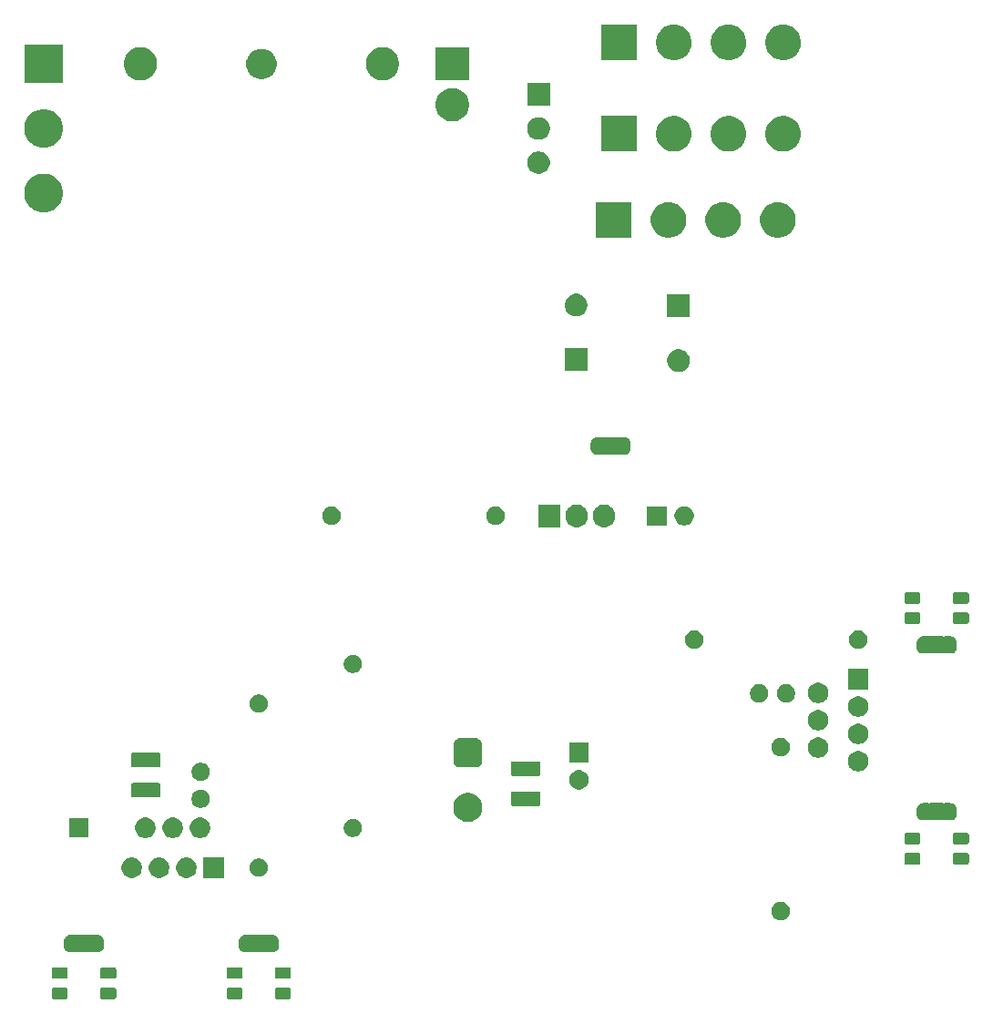
<source format=gbr>
G04 #@! TF.GenerationSoftware,KiCad,Pcbnew,(5.1.5)-3*
G04 #@! TF.CreationDate,2020-11-09T22:39:24-05:00*
G04 #@! TF.ProjectId,BridgeRectifier,42726964-6765-4526-9563-746966696572,rev?*
G04 #@! TF.SameCoordinates,Original*
G04 #@! TF.FileFunction,Soldermask,Top*
G04 #@! TF.FilePolarity,Negative*
%FSLAX46Y46*%
G04 Gerber Fmt 4.6, Leading zero omitted, Abs format (unit mm)*
G04 Created by KiCad (PCBNEW (5.1.5)-3) date 2020-11-09 22:39:24*
%MOMM*%
%LPD*%
G04 APERTURE LIST*
%ADD10C,0.100000*%
G04 APERTURE END LIST*
D10*
G36*
X94084468Y-144841065D02*
G01*
X94123138Y-144852796D01*
X94158777Y-144871846D01*
X94190017Y-144897483D01*
X94215654Y-144928723D01*
X94234704Y-144964362D01*
X94246435Y-145003032D01*
X94251000Y-145049388D01*
X94251000Y-145700612D01*
X94246435Y-145746968D01*
X94234704Y-145785638D01*
X94215654Y-145821277D01*
X94190017Y-145852517D01*
X94158777Y-145878154D01*
X94123138Y-145897204D01*
X94084468Y-145908935D01*
X94038112Y-145913500D01*
X92961888Y-145913500D01*
X92915532Y-145908935D01*
X92876862Y-145897204D01*
X92841223Y-145878154D01*
X92809983Y-145852517D01*
X92784346Y-145821277D01*
X92765296Y-145785638D01*
X92753565Y-145746968D01*
X92749000Y-145700612D01*
X92749000Y-145049388D01*
X92753565Y-145003032D01*
X92765296Y-144964362D01*
X92784346Y-144928723D01*
X92809983Y-144897483D01*
X92841223Y-144871846D01*
X92876862Y-144852796D01*
X92915532Y-144841065D01*
X92961888Y-144836500D01*
X94038112Y-144836500D01*
X94084468Y-144841065D01*
G37*
G36*
X110334468Y-144841065D02*
G01*
X110373138Y-144852796D01*
X110408777Y-144871846D01*
X110440017Y-144897483D01*
X110465654Y-144928723D01*
X110484704Y-144964362D01*
X110496435Y-145003032D01*
X110501000Y-145049388D01*
X110501000Y-145700612D01*
X110496435Y-145746968D01*
X110484704Y-145785638D01*
X110465654Y-145821277D01*
X110440017Y-145852517D01*
X110408777Y-145878154D01*
X110373138Y-145897204D01*
X110334468Y-145908935D01*
X110288112Y-145913500D01*
X109211888Y-145913500D01*
X109165532Y-145908935D01*
X109126862Y-145897204D01*
X109091223Y-145878154D01*
X109059983Y-145852517D01*
X109034346Y-145821277D01*
X109015296Y-145785638D01*
X109003565Y-145746968D01*
X108999000Y-145700612D01*
X108999000Y-145049388D01*
X109003565Y-145003032D01*
X109015296Y-144964362D01*
X109034346Y-144928723D01*
X109059983Y-144897483D01*
X109091223Y-144871846D01*
X109126862Y-144852796D01*
X109165532Y-144841065D01*
X109211888Y-144836500D01*
X110288112Y-144836500D01*
X110334468Y-144841065D01*
G37*
G36*
X114834468Y-144841065D02*
G01*
X114873138Y-144852796D01*
X114908777Y-144871846D01*
X114940017Y-144897483D01*
X114965654Y-144928723D01*
X114984704Y-144964362D01*
X114996435Y-145003032D01*
X115001000Y-145049388D01*
X115001000Y-145700612D01*
X114996435Y-145746968D01*
X114984704Y-145785638D01*
X114965654Y-145821277D01*
X114940017Y-145852517D01*
X114908777Y-145878154D01*
X114873138Y-145897204D01*
X114834468Y-145908935D01*
X114788112Y-145913500D01*
X113711888Y-145913500D01*
X113665532Y-145908935D01*
X113626862Y-145897204D01*
X113591223Y-145878154D01*
X113559983Y-145852517D01*
X113534346Y-145821277D01*
X113515296Y-145785638D01*
X113503565Y-145746968D01*
X113499000Y-145700612D01*
X113499000Y-145049388D01*
X113503565Y-145003032D01*
X113515296Y-144964362D01*
X113534346Y-144928723D01*
X113559983Y-144897483D01*
X113591223Y-144871846D01*
X113626862Y-144852796D01*
X113665532Y-144841065D01*
X113711888Y-144836500D01*
X114788112Y-144836500D01*
X114834468Y-144841065D01*
G37*
G36*
X98584468Y-144841065D02*
G01*
X98623138Y-144852796D01*
X98658777Y-144871846D01*
X98690017Y-144897483D01*
X98715654Y-144928723D01*
X98734704Y-144964362D01*
X98746435Y-145003032D01*
X98751000Y-145049388D01*
X98751000Y-145700612D01*
X98746435Y-145746968D01*
X98734704Y-145785638D01*
X98715654Y-145821277D01*
X98690017Y-145852517D01*
X98658777Y-145878154D01*
X98623138Y-145897204D01*
X98584468Y-145908935D01*
X98538112Y-145913500D01*
X97461888Y-145913500D01*
X97415532Y-145908935D01*
X97376862Y-145897204D01*
X97341223Y-145878154D01*
X97309983Y-145852517D01*
X97284346Y-145821277D01*
X97265296Y-145785638D01*
X97253565Y-145746968D01*
X97249000Y-145700612D01*
X97249000Y-145049388D01*
X97253565Y-145003032D01*
X97265296Y-144964362D01*
X97284346Y-144928723D01*
X97309983Y-144897483D01*
X97341223Y-144871846D01*
X97376862Y-144852796D01*
X97415532Y-144841065D01*
X97461888Y-144836500D01*
X98538112Y-144836500D01*
X98584468Y-144841065D01*
G37*
G36*
X94084468Y-142966065D02*
G01*
X94123138Y-142977796D01*
X94158777Y-142996846D01*
X94190017Y-143022483D01*
X94215654Y-143053723D01*
X94234704Y-143089362D01*
X94246435Y-143128032D01*
X94251000Y-143174388D01*
X94251000Y-143825612D01*
X94246435Y-143871968D01*
X94234704Y-143910638D01*
X94215654Y-143946277D01*
X94190017Y-143977517D01*
X94158777Y-144003154D01*
X94123138Y-144022204D01*
X94084468Y-144033935D01*
X94038112Y-144038500D01*
X92961888Y-144038500D01*
X92915532Y-144033935D01*
X92876862Y-144022204D01*
X92841223Y-144003154D01*
X92809983Y-143977517D01*
X92784346Y-143946277D01*
X92765296Y-143910638D01*
X92753565Y-143871968D01*
X92749000Y-143825612D01*
X92749000Y-143174388D01*
X92753565Y-143128032D01*
X92765296Y-143089362D01*
X92784346Y-143053723D01*
X92809983Y-143022483D01*
X92841223Y-142996846D01*
X92876862Y-142977796D01*
X92915532Y-142966065D01*
X92961888Y-142961500D01*
X94038112Y-142961500D01*
X94084468Y-142966065D01*
G37*
G36*
X114834468Y-142966065D02*
G01*
X114873138Y-142977796D01*
X114908777Y-142996846D01*
X114940017Y-143022483D01*
X114965654Y-143053723D01*
X114984704Y-143089362D01*
X114996435Y-143128032D01*
X115001000Y-143174388D01*
X115001000Y-143825612D01*
X114996435Y-143871968D01*
X114984704Y-143910638D01*
X114965654Y-143946277D01*
X114940017Y-143977517D01*
X114908777Y-144003154D01*
X114873138Y-144022204D01*
X114834468Y-144033935D01*
X114788112Y-144038500D01*
X113711888Y-144038500D01*
X113665532Y-144033935D01*
X113626862Y-144022204D01*
X113591223Y-144003154D01*
X113559983Y-143977517D01*
X113534346Y-143946277D01*
X113515296Y-143910638D01*
X113503565Y-143871968D01*
X113499000Y-143825612D01*
X113499000Y-143174388D01*
X113503565Y-143128032D01*
X113515296Y-143089362D01*
X113534346Y-143053723D01*
X113559983Y-143022483D01*
X113591223Y-142996846D01*
X113626862Y-142977796D01*
X113665532Y-142966065D01*
X113711888Y-142961500D01*
X114788112Y-142961500D01*
X114834468Y-142966065D01*
G37*
G36*
X110334468Y-142966065D02*
G01*
X110373138Y-142977796D01*
X110408777Y-142996846D01*
X110440017Y-143022483D01*
X110465654Y-143053723D01*
X110484704Y-143089362D01*
X110496435Y-143128032D01*
X110501000Y-143174388D01*
X110501000Y-143825612D01*
X110496435Y-143871968D01*
X110484704Y-143910638D01*
X110465654Y-143946277D01*
X110440017Y-143977517D01*
X110408777Y-144003154D01*
X110373138Y-144022204D01*
X110334468Y-144033935D01*
X110288112Y-144038500D01*
X109211888Y-144038500D01*
X109165532Y-144033935D01*
X109126862Y-144022204D01*
X109091223Y-144003154D01*
X109059983Y-143977517D01*
X109034346Y-143946277D01*
X109015296Y-143910638D01*
X109003565Y-143871968D01*
X108999000Y-143825612D01*
X108999000Y-143174388D01*
X109003565Y-143128032D01*
X109015296Y-143089362D01*
X109034346Y-143053723D01*
X109059983Y-143022483D01*
X109091223Y-142996846D01*
X109126862Y-142977796D01*
X109165532Y-142966065D01*
X109211888Y-142961500D01*
X110288112Y-142961500D01*
X110334468Y-142966065D01*
G37*
G36*
X98584468Y-142966065D02*
G01*
X98623138Y-142977796D01*
X98658777Y-142996846D01*
X98690017Y-143022483D01*
X98715654Y-143053723D01*
X98734704Y-143089362D01*
X98746435Y-143128032D01*
X98751000Y-143174388D01*
X98751000Y-143825612D01*
X98746435Y-143871968D01*
X98734704Y-143910638D01*
X98715654Y-143946277D01*
X98690017Y-143977517D01*
X98658777Y-144003154D01*
X98623138Y-144022204D01*
X98584468Y-144033935D01*
X98538112Y-144038500D01*
X97461888Y-144038500D01*
X97415532Y-144033935D01*
X97376862Y-144022204D01*
X97341223Y-144003154D01*
X97309983Y-143977517D01*
X97284346Y-143946277D01*
X97265296Y-143910638D01*
X97253565Y-143871968D01*
X97249000Y-143825612D01*
X97249000Y-143174388D01*
X97253565Y-143128032D01*
X97265296Y-143089362D01*
X97284346Y-143053723D01*
X97309983Y-143022483D01*
X97341223Y-142996846D01*
X97376862Y-142977796D01*
X97415532Y-142966065D01*
X97461888Y-142961500D01*
X98538112Y-142961500D01*
X98584468Y-142966065D01*
G37*
G36*
X111259999Y-139949737D02*
G01*
X111274528Y-139954145D01*
X111287711Y-139959606D01*
X111311745Y-139964388D01*
X111336249Y-139964389D01*
X111360282Y-139959609D01*
X111382921Y-139950232D01*
X111384765Y-139949000D01*
X112616050Y-139949000D01*
X112628164Y-139955475D01*
X112651613Y-139962588D01*
X112675999Y-139964990D01*
X112700385Y-139962588D01*
X112723834Y-139955475D01*
X112728746Y-139953152D01*
X112740001Y-139949737D01*
X112756140Y-139948148D01*
X113293861Y-139948148D01*
X113312199Y-139949954D01*
X113324450Y-139950556D01*
X113342869Y-139950556D01*
X113365149Y-139952750D01*
X113449233Y-139969476D01*
X113470660Y-139975976D01*
X113549858Y-140008780D01*
X113555303Y-140011691D01*
X113555309Y-140011693D01*
X113564169Y-140016429D01*
X113564173Y-140016432D01*
X113569614Y-140019340D01*
X113640899Y-140066971D01*
X113658204Y-140081172D01*
X113718828Y-140141796D01*
X113733029Y-140159101D01*
X113780660Y-140230386D01*
X113783568Y-140235827D01*
X113783571Y-140235831D01*
X113788307Y-140244691D01*
X113788309Y-140244697D01*
X113791220Y-140250142D01*
X113824024Y-140329340D01*
X113830524Y-140350767D01*
X113847250Y-140434851D01*
X113849444Y-140457131D01*
X113849444Y-140475550D01*
X113850046Y-140487801D01*
X113851852Y-140506139D01*
X113851852Y-140993862D01*
X113850046Y-141012199D01*
X113849444Y-141024450D01*
X113849444Y-141042869D01*
X113847250Y-141065149D01*
X113830524Y-141149233D01*
X113824024Y-141170660D01*
X113791220Y-141249858D01*
X113788309Y-141255303D01*
X113788307Y-141255309D01*
X113783571Y-141264169D01*
X113783568Y-141264173D01*
X113780660Y-141269614D01*
X113733029Y-141340899D01*
X113718828Y-141358204D01*
X113658204Y-141418828D01*
X113640899Y-141433029D01*
X113569614Y-141480660D01*
X113564173Y-141483568D01*
X113564169Y-141483571D01*
X113555309Y-141488307D01*
X113555303Y-141488309D01*
X113549858Y-141491220D01*
X113470660Y-141524024D01*
X113449233Y-141530524D01*
X113365149Y-141547250D01*
X113342869Y-141549444D01*
X113324450Y-141549444D01*
X113312199Y-141550046D01*
X113293862Y-141551852D01*
X112756140Y-141551852D01*
X112740001Y-141550263D01*
X112725472Y-141545855D01*
X112712289Y-141540394D01*
X112688255Y-141535612D01*
X112663751Y-141535611D01*
X112639718Y-141540391D01*
X112617079Y-141549768D01*
X112615235Y-141551000D01*
X111383950Y-141551000D01*
X111371836Y-141544525D01*
X111348387Y-141537412D01*
X111324001Y-141535010D01*
X111299615Y-141537412D01*
X111276166Y-141544525D01*
X111271254Y-141546848D01*
X111259999Y-141550263D01*
X111243860Y-141551852D01*
X110706138Y-141551852D01*
X110687801Y-141550046D01*
X110675550Y-141549444D01*
X110657131Y-141549444D01*
X110634851Y-141547250D01*
X110550767Y-141530524D01*
X110529340Y-141524024D01*
X110450142Y-141491220D01*
X110444697Y-141488309D01*
X110444691Y-141488307D01*
X110435831Y-141483571D01*
X110435827Y-141483568D01*
X110430386Y-141480660D01*
X110359101Y-141433029D01*
X110341796Y-141418828D01*
X110281172Y-141358204D01*
X110266971Y-141340899D01*
X110219340Y-141269614D01*
X110216432Y-141264173D01*
X110216429Y-141264169D01*
X110211693Y-141255309D01*
X110211691Y-141255303D01*
X110208780Y-141249858D01*
X110175976Y-141170660D01*
X110169476Y-141149233D01*
X110152750Y-141065149D01*
X110150556Y-141042869D01*
X110150556Y-141024450D01*
X110149954Y-141012199D01*
X110148148Y-140993862D01*
X110148148Y-140506139D01*
X110149954Y-140487801D01*
X110150556Y-140475550D01*
X110150556Y-140457131D01*
X110152750Y-140434851D01*
X110169476Y-140350767D01*
X110175976Y-140329340D01*
X110208780Y-140250142D01*
X110211691Y-140244697D01*
X110211693Y-140244691D01*
X110216429Y-140235831D01*
X110216432Y-140235827D01*
X110219340Y-140230386D01*
X110266971Y-140159101D01*
X110281172Y-140141796D01*
X110341796Y-140081172D01*
X110359101Y-140066971D01*
X110430386Y-140019340D01*
X110435827Y-140016432D01*
X110435831Y-140016429D01*
X110444691Y-140011693D01*
X110444697Y-140011691D01*
X110450142Y-140008780D01*
X110529340Y-139975976D01*
X110550767Y-139969476D01*
X110634851Y-139952750D01*
X110657131Y-139950556D01*
X110675550Y-139950556D01*
X110687801Y-139949954D01*
X110706139Y-139948148D01*
X111243860Y-139948148D01*
X111259999Y-139949737D01*
G37*
G36*
X95009999Y-139949737D02*
G01*
X95024528Y-139954145D01*
X95037711Y-139959606D01*
X95061745Y-139964388D01*
X95086249Y-139964389D01*
X95110282Y-139959609D01*
X95132921Y-139950232D01*
X95134765Y-139949000D01*
X96366050Y-139949000D01*
X96378164Y-139955475D01*
X96401613Y-139962588D01*
X96425999Y-139964990D01*
X96450385Y-139962588D01*
X96473834Y-139955475D01*
X96478746Y-139953152D01*
X96490001Y-139949737D01*
X96506140Y-139948148D01*
X97043861Y-139948148D01*
X97062199Y-139949954D01*
X97074450Y-139950556D01*
X97092869Y-139950556D01*
X97115149Y-139952750D01*
X97199233Y-139969476D01*
X97220660Y-139975976D01*
X97299858Y-140008780D01*
X97305303Y-140011691D01*
X97305309Y-140011693D01*
X97314169Y-140016429D01*
X97314173Y-140016432D01*
X97319614Y-140019340D01*
X97390899Y-140066971D01*
X97408204Y-140081172D01*
X97468828Y-140141796D01*
X97483029Y-140159101D01*
X97530660Y-140230386D01*
X97533568Y-140235827D01*
X97533571Y-140235831D01*
X97538307Y-140244691D01*
X97538309Y-140244697D01*
X97541220Y-140250142D01*
X97574024Y-140329340D01*
X97580524Y-140350767D01*
X97597250Y-140434851D01*
X97599444Y-140457131D01*
X97599444Y-140475550D01*
X97600046Y-140487801D01*
X97601852Y-140506139D01*
X97601852Y-140993862D01*
X97600046Y-141012199D01*
X97599444Y-141024450D01*
X97599444Y-141042869D01*
X97597250Y-141065149D01*
X97580524Y-141149233D01*
X97574024Y-141170660D01*
X97541220Y-141249858D01*
X97538309Y-141255303D01*
X97538307Y-141255309D01*
X97533571Y-141264169D01*
X97533568Y-141264173D01*
X97530660Y-141269614D01*
X97483029Y-141340899D01*
X97468828Y-141358204D01*
X97408204Y-141418828D01*
X97390899Y-141433029D01*
X97319614Y-141480660D01*
X97314173Y-141483568D01*
X97314169Y-141483571D01*
X97305309Y-141488307D01*
X97305303Y-141488309D01*
X97299858Y-141491220D01*
X97220660Y-141524024D01*
X97199233Y-141530524D01*
X97115149Y-141547250D01*
X97092869Y-141549444D01*
X97074450Y-141549444D01*
X97062199Y-141550046D01*
X97043862Y-141551852D01*
X96506140Y-141551852D01*
X96490001Y-141550263D01*
X96475472Y-141545855D01*
X96462289Y-141540394D01*
X96438255Y-141535612D01*
X96413751Y-141535611D01*
X96389718Y-141540391D01*
X96367079Y-141549768D01*
X96365235Y-141551000D01*
X95133950Y-141551000D01*
X95121836Y-141544525D01*
X95098387Y-141537412D01*
X95074001Y-141535010D01*
X95049615Y-141537412D01*
X95026166Y-141544525D01*
X95021254Y-141546848D01*
X95009999Y-141550263D01*
X94993860Y-141551852D01*
X94456138Y-141551852D01*
X94437801Y-141550046D01*
X94425550Y-141549444D01*
X94407131Y-141549444D01*
X94384851Y-141547250D01*
X94300767Y-141530524D01*
X94279340Y-141524024D01*
X94200142Y-141491220D01*
X94194697Y-141488309D01*
X94194691Y-141488307D01*
X94185831Y-141483571D01*
X94185827Y-141483568D01*
X94180386Y-141480660D01*
X94109101Y-141433029D01*
X94091796Y-141418828D01*
X94031172Y-141358204D01*
X94016971Y-141340899D01*
X93969340Y-141269614D01*
X93966432Y-141264173D01*
X93966429Y-141264169D01*
X93961693Y-141255309D01*
X93961691Y-141255303D01*
X93958780Y-141249858D01*
X93925976Y-141170660D01*
X93919476Y-141149233D01*
X93902750Y-141065149D01*
X93900556Y-141042869D01*
X93900556Y-141024450D01*
X93899954Y-141012199D01*
X93898148Y-140993862D01*
X93898148Y-140506138D01*
X93899954Y-140487801D01*
X93900556Y-140475550D01*
X93900556Y-140457131D01*
X93902750Y-140434851D01*
X93919476Y-140350767D01*
X93925976Y-140329340D01*
X93958780Y-140250142D01*
X93961691Y-140244697D01*
X93961693Y-140244691D01*
X93966429Y-140235831D01*
X93966432Y-140235827D01*
X93969340Y-140230386D01*
X94016971Y-140159101D01*
X94031172Y-140141796D01*
X94091796Y-140081172D01*
X94109101Y-140066971D01*
X94180386Y-140019340D01*
X94185827Y-140016432D01*
X94185831Y-140016429D01*
X94194691Y-140011693D01*
X94194697Y-140011691D01*
X94200142Y-140008780D01*
X94279340Y-139975976D01*
X94300767Y-139969476D01*
X94384851Y-139952750D01*
X94407131Y-139950556D01*
X94425550Y-139950556D01*
X94437801Y-139949954D01*
X94456139Y-139948148D01*
X94993860Y-139948148D01*
X95009999Y-139949737D01*
G37*
G36*
X160748228Y-136921703D02*
G01*
X160903100Y-136985853D01*
X161042481Y-137078985D01*
X161161015Y-137197519D01*
X161254147Y-137336900D01*
X161318297Y-137491772D01*
X161351000Y-137656184D01*
X161351000Y-137823816D01*
X161318297Y-137988228D01*
X161254147Y-138143100D01*
X161161015Y-138282481D01*
X161042481Y-138401015D01*
X160903100Y-138494147D01*
X160748228Y-138558297D01*
X160583816Y-138591000D01*
X160416184Y-138591000D01*
X160251772Y-138558297D01*
X160096900Y-138494147D01*
X159957519Y-138401015D01*
X159838985Y-138282481D01*
X159745853Y-138143100D01*
X159681703Y-137988228D01*
X159649000Y-137823816D01*
X159649000Y-137656184D01*
X159681703Y-137491772D01*
X159745853Y-137336900D01*
X159838985Y-137197519D01*
X159957519Y-137078985D01*
X160096900Y-136985853D01*
X160251772Y-136921703D01*
X160416184Y-136889000D01*
X160583816Y-136889000D01*
X160748228Y-136921703D01*
G37*
G36*
X100467395Y-132785546D02*
G01*
X100640466Y-132857234D01*
X100640467Y-132857235D01*
X100796227Y-132961310D01*
X100928690Y-133093773D01*
X100971284Y-133157520D01*
X101032766Y-133249534D01*
X101104454Y-133422605D01*
X101141000Y-133606333D01*
X101141000Y-133793667D01*
X101104454Y-133977395D01*
X101032766Y-134150466D01*
X101032765Y-134150467D01*
X100928690Y-134306227D01*
X100796227Y-134438690D01*
X100773092Y-134454148D01*
X100640466Y-134542766D01*
X100467395Y-134614454D01*
X100283667Y-134651000D01*
X100096333Y-134651000D01*
X99912605Y-134614454D01*
X99739534Y-134542766D01*
X99606908Y-134454148D01*
X99583773Y-134438690D01*
X99451310Y-134306227D01*
X99347235Y-134150467D01*
X99347234Y-134150466D01*
X99275546Y-133977395D01*
X99239000Y-133793667D01*
X99239000Y-133606333D01*
X99275546Y-133422605D01*
X99347234Y-133249534D01*
X99408716Y-133157520D01*
X99451310Y-133093773D01*
X99583773Y-132961310D01*
X99739533Y-132857235D01*
X99739534Y-132857234D01*
X99912605Y-132785546D01*
X100096333Y-132749000D01*
X100283667Y-132749000D01*
X100467395Y-132785546D01*
G37*
G36*
X103007395Y-132785546D02*
G01*
X103180466Y-132857234D01*
X103180467Y-132857235D01*
X103336227Y-132961310D01*
X103468690Y-133093773D01*
X103511284Y-133157520D01*
X103572766Y-133249534D01*
X103644454Y-133422605D01*
X103681000Y-133606333D01*
X103681000Y-133793667D01*
X103644454Y-133977395D01*
X103572766Y-134150466D01*
X103572765Y-134150467D01*
X103468690Y-134306227D01*
X103336227Y-134438690D01*
X103313092Y-134454148D01*
X103180466Y-134542766D01*
X103007395Y-134614454D01*
X102823667Y-134651000D01*
X102636333Y-134651000D01*
X102452605Y-134614454D01*
X102279534Y-134542766D01*
X102146908Y-134454148D01*
X102123773Y-134438690D01*
X101991310Y-134306227D01*
X101887235Y-134150467D01*
X101887234Y-134150466D01*
X101815546Y-133977395D01*
X101779000Y-133793667D01*
X101779000Y-133606333D01*
X101815546Y-133422605D01*
X101887234Y-133249534D01*
X101948716Y-133157520D01*
X101991310Y-133093773D01*
X102123773Y-132961310D01*
X102279533Y-132857235D01*
X102279534Y-132857234D01*
X102452605Y-132785546D01*
X102636333Y-132749000D01*
X102823667Y-132749000D01*
X103007395Y-132785546D01*
G37*
G36*
X105547395Y-132785546D02*
G01*
X105720466Y-132857234D01*
X105720467Y-132857235D01*
X105876227Y-132961310D01*
X106008690Y-133093773D01*
X106051284Y-133157520D01*
X106112766Y-133249534D01*
X106184454Y-133422605D01*
X106221000Y-133606333D01*
X106221000Y-133793667D01*
X106184454Y-133977395D01*
X106112766Y-134150466D01*
X106112765Y-134150467D01*
X106008690Y-134306227D01*
X105876227Y-134438690D01*
X105853092Y-134454148D01*
X105720466Y-134542766D01*
X105547395Y-134614454D01*
X105363667Y-134651000D01*
X105176333Y-134651000D01*
X104992605Y-134614454D01*
X104819534Y-134542766D01*
X104686908Y-134454148D01*
X104663773Y-134438690D01*
X104531310Y-134306227D01*
X104427235Y-134150467D01*
X104427234Y-134150466D01*
X104355546Y-133977395D01*
X104319000Y-133793667D01*
X104319000Y-133606333D01*
X104355546Y-133422605D01*
X104427234Y-133249534D01*
X104488716Y-133157520D01*
X104531310Y-133093773D01*
X104663773Y-132961310D01*
X104819533Y-132857235D01*
X104819534Y-132857234D01*
X104992605Y-132785546D01*
X105176333Y-132749000D01*
X105363667Y-132749000D01*
X105547395Y-132785546D01*
G37*
G36*
X108761000Y-134651000D02*
G01*
X106859000Y-134651000D01*
X106859000Y-132749000D01*
X108761000Y-132749000D01*
X108761000Y-134651000D01*
G37*
G36*
X112248228Y-132881703D02*
G01*
X112403100Y-132945853D01*
X112542481Y-133038985D01*
X112661015Y-133157519D01*
X112754147Y-133296900D01*
X112818297Y-133451772D01*
X112851000Y-133616184D01*
X112851000Y-133783816D01*
X112818297Y-133948228D01*
X112754147Y-134103100D01*
X112661015Y-134242481D01*
X112542481Y-134361015D01*
X112403100Y-134454147D01*
X112248228Y-134518297D01*
X112083816Y-134551000D01*
X111916184Y-134551000D01*
X111751772Y-134518297D01*
X111596900Y-134454147D01*
X111457519Y-134361015D01*
X111338985Y-134242481D01*
X111245853Y-134103100D01*
X111181703Y-133948228D01*
X111149000Y-133783816D01*
X111149000Y-133616184D01*
X111181703Y-133451772D01*
X111245853Y-133296900D01*
X111338985Y-133157519D01*
X111457519Y-133038985D01*
X111596900Y-132945853D01*
X111751772Y-132881703D01*
X111916184Y-132849000D01*
X112083816Y-132849000D01*
X112248228Y-132881703D01*
G37*
G36*
X173334468Y-132341065D02*
G01*
X173373138Y-132352796D01*
X173408777Y-132371846D01*
X173440017Y-132397483D01*
X173465654Y-132428723D01*
X173484704Y-132464362D01*
X173496435Y-132503032D01*
X173501000Y-132549388D01*
X173501000Y-133200612D01*
X173496435Y-133246968D01*
X173484704Y-133285638D01*
X173465654Y-133321277D01*
X173440017Y-133352517D01*
X173408777Y-133378154D01*
X173373138Y-133397204D01*
X173334468Y-133408935D01*
X173288112Y-133413500D01*
X172211888Y-133413500D01*
X172165532Y-133408935D01*
X172126862Y-133397204D01*
X172091223Y-133378154D01*
X172059983Y-133352517D01*
X172034346Y-133321277D01*
X172015296Y-133285638D01*
X172003565Y-133246968D01*
X171999000Y-133200612D01*
X171999000Y-132549388D01*
X172003565Y-132503032D01*
X172015296Y-132464362D01*
X172034346Y-132428723D01*
X172059983Y-132397483D01*
X172091223Y-132371846D01*
X172126862Y-132352796D01*
X172165532Y-132341065D01*
X172211888Y-132336500D01*
X173288112Y-132336500D01*
X173334468Y-132341065D01*
G37*
G36*
X177834468Y-132341065D02*
G01*
X177873138Y-132352796D01*
X177908777Y-132371846D01*
X177940017Y-132397483D01*
X177965654Y-132428723D01*
X177984704Y-132464362D01*
X177996435Y-132503032D01*
X178001000Y-132549388D01*
X178001000Y-133200612D01*
X177996435Y-133246968D01*
X177984704Y-133285638D01*
X177965654Y-133321277D01*
X177940017Y-133352517D01*
X177908777Y-133378154D01*
X177873138Y-133397204D01*
X177834468Y-133408935D01*
X177788112Y-133413500D01*
X176711888Y-133413500D01*
X176665532Y-133408935D01*
X176626862Y-133397204D01*
X176591223Y-133378154D01*
X176559983Y-133352517D01*
X176534346Y-133321277D01*
X176515296Y-133285638D01*
X176503565Y-133246968D01*
X176499000Y-133200612D01*
X176499000Y-132549388D01*
X176503565Y-132503032D01*
X176515296Y-132464362D01*
X176534346Y-132428723D01*
X176559983Y-132397483D01*
X176591223Y-132371846D01*
X176626862Y-132352796D01*
X176665532Y-132341065D01*
X176711888Y-132336500D01*
X177788112Y-132336500D01*
X177834468Y-132341065D01*
G37*
G36*
X177834468Y-130466065D02*
G01*
X177873138Y-130477796D01*
X177908777Y-130496846D01*
X177940017Y-130522483D01*
X177965654Y-130553723D01*
X177984704Y-130589362D01*
X177996435Y-130628032D01*
X178001000Y-130674388D01*
X178001000Y-131325612D01*
X177996435Y-131371968D01*
X177984704Y-131410638D01*
X177965654Y-131446277D01*
X177940017Y-131477517D01*
X177908777Y-131503154D01*
X177873138Y-131522204D01*
X177834468Y-131533935D01*
X177788112Y-131538500D01*
X176711888Y-131538500D01*
X176665532Y-131533935D01*
X176626862Y-131522204D01*
X176591223Y-131503154D01*
X176559983Y-131477517D01*
X176534346Y-131446277D01*
X176515296Y-131410638D01*
X176503565Y-131371968D01*
X176499000Y-131325612D01*
X176499000Y-130674388D01*
X176503565Y-130628032D01*
X176515296Y-130589362D01*
X176534346Y-130553723D01*
X176559983Y-130522483D01*
X176591223Y-130496846D01*
X176626862Y-130477796D01*
X176665532Y-130466065D01*
X176711888Y-130461500D01*
X177788112Y-130461500D01*
X177834468Y-130466065D01*
G37*
G36*
X173334468Y-130466065D02*
G01*
X173373138Y-130477796D01*
X173408777Y-130496846D01*
X173440017Y-130522483D01*
X173465654Y-130553723D01*
X173484704Y-130589362D01*
X173496435Y-130628032D01*
X173501000Y-130674388D01*
X173501000Y-131325612D01*
X173496435Y-131371968D01*
X173484704Y-131410638D01*
X173465654Y-131446277D01*
X173440017Y-131477517D01*
X173408777Y-131503154D01*
X173373138Y-131522204D01*
X173334468Y-131533935D01*
X173288112Y-131538500D01*
X172211888Y-131538500D01*
X172165532Y-131533935D01*
X172126862Y-131522204D01*
X172091223Y-131503154D01*
X172059983Y-131477517D01*
X172034346Y-131446277D01*
X172015296Y-131410638D01*
X172003565Y-131371968D01*
X171999000Y-131325612D01*
X171999000Y-130674388D01*
X172003565Y-130628032D01*
X172015296Y-130589362D01*
X172034346Y-130553723D01*
X172059983Y-130522483D01*
X172091223Y-130496846D01*
X172126862Y-130477796D01*
X172165532Y-130466065D01*
X172211888Y-130461500D01*
X173288112Y-130461500D01*
X173334468Y-130466065D01*
G37*
G36*
X101737395Y-129085546D02*
G01*
X101910466Y-129157234D01*
X101933675Y-129172742D01*
X102066227Y-129261310D01*
X102198690Y-129393773D01*
X102241284Y-129457520D01*
X102302766Y-129549534D01*
X102374454Y-129722605D01*
X102411000Y-129906333D01*
X102411000Y-130093667D01*
X102374454Y-130277395D01*
X102302766Y-130450466D01*
X102281699Y-130481995D01*
X102198690Y-130606227D01*
X102066227Y-130738690D01*
X102043092Y-130754148D01*
X101910466Y-130842766D01*
X101737395Y-130914454D01*
X101553667Y-130951000D01*
X101366333Y-130951000D01*
X101182605Y-130914454D01*
X101009534Y-130842766D01*
X100876908Y-130754148D01*
X100853773Y-130738690D01*
X100721310Y-130606227D01*
X100638301Y-130481995D01*
X100617234Y-130450466D01*
X100545546Y-130277395D01*
X100509000Y-130093667D01*
X100509000Y-129906333D01*
X100545546Y-129722605D01*
X100617234Y-129549534D01*
X100678716Y-129457520D01*
X100721310Y-129393773D01*
X100853773Y-129261310D01*
X100986325Y-129172742D01*
X101009534Y-129157234D01*
X101182605Y-129085546D01*
X101366333Y-129049000D01*
X101553667Y-129049000D01*
X101737395Y-129085546D01*
G37*
G36*
X106817395Y-129085546D02*
G01*
X106990466Y-129157234D01*
X107013675Y-129172742D01*
X107146227Y-129261310D01*
X107278690Y-129393773D01*
X107321284Y-129457520D01*
X107382766Y-129549534D01*
X107454454Y-129722605D01*
X107491000Y-129906333D01*
X107491000Y-130093667D01*
X107454454Y-130277395D01*
X107382766Y-130450466D01*
X107361699Y-130481995D01*
X107278690Y-130606227D01*
X107146227Y-130738690D01*
X107123092Y-130754148D01*
X106990466Y-130842766D01*
X106817395Y-130914454D01*
X106633667Y-130951000D01*
X106446333Y-130951000D01*
X106262605Y-130914454D01*
X106089534Y-130842766D01*
X105956908Y-130754148D01*
X105933773Y-130738690D01*
X105801310Y-130606227D01*
X105718301Y-130481995D01*
X105697234Y-130450466D01*
X105625546Y-130277395D01*
X105589000Y-130093667D01*
X105589000Y-129906333D01*
X105625546Y-129722605D01*
X105697234Y-129549534D01*
X105758716Y-129457520D01*
X105801310Y-129393773D01*
X105933773Y-129261310D01*
X106066325Y-129172742D01*
X106089534Y-129157234D01*
X106262605Y-129085546D01*
X106446333Y-129049000D01*
X106633667Y-129049000D01*
X106817395Y-129085546D01*
G37*
G36*
X104277395Y-129085546D02*
G01*
X104450466Y-129157234D01*
X104473675Y-129172742D01*
X104606227Y-129261310D01*
X104738690Y-129393773D01*
X104781284Y-129457520D01*
X104842766Y-129549534D01*
X104914454Y-129722605D01*
X104951000Y-129906333D01*
X104951000Y-130093667D01*
X104914454Y-130277395D01*
X104842766Y-130450466D01*
X104821699Y-130481995D01*
X104738690Y-130606227D01*
X104606227Y-130738690D01*
X104583092Y-130754148D01*
X104450466Y-130842766D01*
X104277395Y-130914454D01*
X104093667Y-130951000D01*
X103906333Y-130951000D01*
X103722605Y-130914454D01*
X103549534Y-130842766D01*
X103416908Y-130754148D01*
X103393773Y-130738690D01*
X103261310Y-130606227D01*
X103178301Y-130481995D01*
X103157234Y-130450466D01*
X103085546Y-130277395D01*
X103049000Y-130093667D01*
X103049000Y-129906333D01*
X103085546Y-129722605D01*
X103157234Y-129549534D01*
X103218716Y-129457520D01*
X103261310Y-129393773D01*
X103393773Y-129261310D01*
X103526325Y-129172742D01*
X103549534Y-129157234D01*
X103722605Y-129085546D01*
X103906333Y-129049000D01*
X104093667Y-129049000D01*
X104277395Y-129085546D01*
G37*
G36*
X96151000Y-130901000D02*
G01*
X94349000Y-130901000D01*
X94349000Y-129099000D01*
X96151000Y-129099000D01*
X96151000Y-130901000D01*
G37*
G36*
X120998228Y-129181703D02*
G01*
X121153100Y-129245853D01*
X121292481Y-129338985D01*
X121411015Y-129457519D01*
X121504147Y-129596900D01*
X121568297Y-129751772D01*
X121601000Y-129916184D01*
X121601000Y-130083816D01*
X121568297Y-130248228D01*
X121504147Y-130403100D01*
X121411015Y-130542481D01*
X121292481Y-130661015D01*
X121153100Y-130754147D01*
X120998228Y-130818297D01*
X120833816Y-130851000D01*
X120666184Y-130851000D01*
X120501772Y-130818297D01*
X120346900Y-130754147D01*
X120207519Y-130661015D01*
X120088985Y-130542481D01*
X119995853Y-130403100D01*
X119931703Y-130248228D01*
X119899000Y-130083816D01*
X119899000Y-129916184D01*
X119931703Y-129751772D01*
X119995853Y-129596900D01*
X120088985Y-129457519D01*
X120207519Y-129338985D01*
X120346900Y-129245853D01*
X120501772Y-129181703D01*
X120666184Y-129149000D01*
X120833816Y-129149000D01*
X120998228Y-129181703D01*
G37*
G36*
X131824072Y-126800918D02*
G01*
X132055802Y-126896903D01*
X132069939Y-126902759D01*
X132153139Y-126958352D01*
X132291211Y-127050609D01*
X132479391Y-127238789D01*
X132627242Y-127460063D01*
X132729082Y-127705928D01*
X132781000Y-127966937D01*
X132781000Y-128233063D01*
X132779620Y-128240002D01*
X132729082Y-128494072D01*
X132627241Y-128739939D01*
X132620518Y-128750000D01*
X132479391Y-128961211D01*
X132291211Y-129149391D01*
X132256264Y-129172742D01*
X132069939Y-129297241D01*
X132069938Y-129297242D01*
X132069937Y-129297242D01*
X131824072Y-129399082D01*
X131563063Y-129451000D01*
X131296937Y-129451000D01*
X131035928Y-129399082D01*
X130790063Y-129297242D01*
X130790062Y-129297242D01*
X130790061Y-129297241D01*
X130603736Y-129172742D01*
X130568789Y-129149391D01*
X130380609Y-128961211D01*
X130239482Y-128750000D01*
X130232759Y-128739939D01*
X130130918Y-128494072D01*
X130080380Y-128240002D01*
X130079000Y-128233063D01*
X130079000Y-127966937D01*
X130130918Y-127705928D01*
X130232758Y-127460063D01*
X130380609Y-127238789D01*
X130568789Y-127050609D01*
X130706861Y-126958352D01*
X130790061Y-126902759D01*
X130804199Y-126896903D01*
X131035928Y-126800918D01*
X131296937Y-126749000D01*
X131563063Y-126749000D01*
X131824072Y-126800918D01*
G37*
G36*
X174259999Y-127699737D02*
G01*
X174274528Y-127704145D01*
X174287711Y-127709606D01*
X174311745Y-127714388D01*
X174336249Y-127714389D01*
X174360282Y-127709609D01*
X174382921Y-127700232D01*
X174384765Y-127699000D01*
X175616050Y-127699000D01*
X175628164Y-127705475D01*
X175651613Y-127712588D01*
X175675999Y-127714990D01*
X175700385Y-127712588D01*
X175723834Y-127705475D01*
X175728746Y-127703152D01*
X175740001Y-127699737D01*
X175756140Y-127698148D01*
X176293861Y-127698148D01*
X176312199Y-127699954D01*
X176324450Y-127700556D01*
X176342869Y-127700556D01*
X176365149Y-127702750D01*
X176449233Y-127719476D01*
X176470660Y-127725976D01*
X176549858Y-127758780D01*
X176555303Y-127761691D01*
X176555309Y-127761693D01*
X176564169Y-127766429D01*
X176564173Y-127766432D01*
X176569614Y-127769340D01*
X176640899Y-127816971D01*
X176658204Y-127831172D01*
X176718828Y-127891796D01*
X176733029Y-127909101D01*
X176780660Y-127980386D01*
X176783568Y-127985827D01*
X176783571Y-127985831D01*
X176788307Y-127994691D01*
X176788309Y-127994697D01*
X176791220Y-128000142D01*
X176824024Y-128079340D01*
X176830524Y-128100767D01*
X176847250Y-128184851D01*
X176849444Y-128207131D01*
X176849444Y-128225550D01*
X176850046Y-128237801D01*
X176851852Y-128256139D01*
X176851852Y-128743862D01*
X176850046Y-128762199D01*
X176849444Y-128774450D01*
X176849444Y-128792869D01*
X176847250Y-128815149D01*
X176830524Y-128899233D01*
X176824024Y-128920660D01*
X176791220Y-128999858D01*
X176788309Y-129005303D01*
X176788307Y-129005309D01*
X176783571Y-129014169D01*
X176783568Y-129014173D01*
X176780660Y-129019614D01*
X176733029Y-129090899D01*
X176718828Y-129108204D01*
X176658204Y-129168828D01*
X176640899Y-129183029D01*
X176569614Y-129230660D01*
X176564173Y-129233568D01*
X176564169Y-129233571D01*
X176555309Y-129238307D01*
X176555303Y-129238309D01*
X176549858Y-129241220D01*
X176470660Y-129274024D01*
X176449233Y-129280524D01*
X176365149Y-129297250D01*
X176342869Y-129299444D01*
X176324450Y-129299444D01*
X176312199Y-129300046D01*
X176293862Y-129301852D01*
X175756140Y-129301852D01*
X175740001Y-129300263D01*
X175725472Y-129295855D01*
X175712289Y-129290394D01*
X175688255Y-129285612D01*
X175663751Y-129285611D01*
X175639718Y-129290391D01*
X175617079Y-129299768D01*
X175615235Y-129301000D01*
X174383950Y-129301000D01*
X174371836Y-129294525D01*
X174348387Y-129287412D01*
X174324001Y-129285010D01*
X174299615Y-129287412D01*
X174276166Y-129294525D01*
X174271254Y-129296848D01*
X174259999Y-129300263D01*
X174243860Y-129301852D01*
X173706138Y-129301852D01*
X173687801Y-129300046D01*
X173675550Y-129299444D01*
X173657131Y-129299444D01*
X173634851Y-129297250D01*
X173550767Y-129280524D01*
X173529340Y-129274024D01*
X173450142Y-129241220D01*
X173444697Y-129238309D01*
X173444691Y-129238307D01*
X173435831Y-129233571D01*
X173435827Y-129233568D01*
X173430386Y-129230660D01*
X173359101Y-129183029D01*
X173341796Y-129168828D01*
X173281172Y-129108204D01*
X173266971Y-129090899D01*
X173219340Y-129019614D01*
X173216432Y-129014173D01*
X173216429Y-129014169D01*
X173211693Y-129005309D01*
X173211691Y-129005303D01*
X173208780Y-128999858D01*
X173175976Y-128920660D01*
X173169476Y-128899233D01*
X173152750Y-128815149D01*
X173150556Y-128792869D01*
X173150556Y-128774450D01*
X173149954Y-128762199D01*
X173148148Y-128743862D01*
X173148148Y-128256139D01*
X173149954Y-128237801D01*
X173150556Y-128225550D01*
X173150556Y-128207131D01*
X173152750Y-128184851D01*
X173169476Y-128100767D01*
X173175976Y-128079340D01*
X173208780Y-128000142D01*
X173211691Y-127994697D01*
X173211693Y-127994691D01*
X173216429Y-127985831D01*
X173216432Y-127985827D01*
X173219340Y-127980386D01*
X173266971Y-127909101D01*
X173281172Y-127891796D01*
X173341796Y-127831172D01*
X173359101Y-127816971D01*
X173430386Y-127769340D01*
X173435827Y-127766432D01*
X173435831Y-127766429D01*
X173444691Y-127761693D01*
X173444697Y-127761691D01*
X173450142Y-127758780D01*
X173529340Y-127725976D01*
X173550767Y-127719476D01*
X173634851Y-127702750D01*
X173657131Y-127700556D01*
X173675550Y-127700556D01*
X173687801Y-127699954D01*
X173706139Y-127698148D01*
X174243860Y-127698148D01*
X174259999Y-127699737D01*
G37*
G36*
X106848228Y-126481703D02*
G01*
X107003100Y-126545853D01*
X107142481Y-126638985D01*
X107261015Y-126757519D01*
X107354147Y-126896900D01*
X107418297Y-127051772D01*
X107451000Y-127216184D01*
X107451000Y-127383816D01*
X107418297Y-127548228D01*
X107354147Y-127703100D01*
X107261015Y-127842481D01*
X107142481Y-127961015D01*
X107003100Y-128054147D01*
X106848228Y-128118297D01*
X106683816Y-128151000D01*
X106516184Y-128151000D01*
X106351772Y-128118297D01*
X106196900Y-128054147D01*
X106057519Y-127961015D01*
X105938985Y-127842481D01*
X105845853Y-127703100D01*
X105781703Y-127548228D01*
X105749000Y-127383816D01*
X105749000Y-127216184D01*
X105781703Y-127051772D01*
X105845853Y-126896900D01*
X105938985Y-126757519D01*
X106057519Y-126638985D01*
X106196900Y-126545853D01*
X106351772Y-126481703D01*
X106516184Y-126449000D01*
X106683816Y-126449000D01*
X106848228Y-126481703D01*
G37*
G36*
X138018604Y-126628347D02*
G01*
X138055144Y-126639432D01*
X138088821Y-126657433D01*
X138118341Y-126681659D01*
X138142567Y-126711179D01*
X138160568Y-126744856D01*
X138171653Y-126781396D01*
X138176000Y-126825538D01*
X138176000Y-127774462D01*
X138171653Y-127818604D01*
X138160568Y-127855144D01*
X138142567Y-127888821D01*
X138118341Y-127918341D01*
X138088821Y-127942567D01*
X138055144Y-127960568D01*
X138018604Y-127971653D01*
X137974462Y-127976000D01*
X135625538Y-127976000D01*
X135581396Y-127971653D01*
X135544856Y-127960568D01*
X135511179Y-127942567D01*
X135481659Y-127918341D01*
X135457433Y-127888821D01*
X135439432Y-127855144D01*
X135428347Y-127818604D01*
X135424000Y-127774462D01*
X135424000Y-126825538D01*
X135428347Y-126781396D01*
X135439432Y-126744856D01*
X135457433Y-126711179D01*
X135481659Y-126681659D01*
X135511179Y-126657433D01*
X135544856Y-126639432D01*
X135581396Y-126628347D01*
X135625538Y-126624000D01*
X137974462Y-126624000D01*
X138018604Y-126628347D01*
G37*
G36*
X102718604Y-125828347D02*
G01*
X102755144Y-125839432D01*
X102788821Y-125857433D01*
X102818341Y-125881659D01*
X102842567Y-125911179D01*
X102860568Y-125944856D01*
X102871653Y-125981396D01*
X102876000Y-126025538D01*
X102876000Y-126974462D01*
X102871653Y-127018604D01*
X102860568Y-127055144D01*
X102842567Y-127088821D01*
X102818341Y-127118341D01*
X102788821Y-127142567D01*
X102755144Y-127160568D01*
X102718604Y-127171653D01*
X102674462Y-127176000D01*
X100325538Y-127176000D01*
X100281396Y-127171653D01*
X100244856Y-127160568D01*
X100211179Y-127142567D01*
X100181659Y-127118341D01*
X100157433Y-127088821D01*
X100139432Y-127055144D01*
X100128347Y-127018604D01*
X100124000Y-126974462D01*
X100124000Y-126025538D01*
X100128347Y-125981396D01*
X100139432Y-125944856D01*
X100157433Y-125911179D01*
X100181659Y-125881659D01*
X100211179Y-125857433D01*
X100244856Y-125839432D01*
X100281396Y-125828347D01*
X100325538Y-125824000D01*
X102674462Y-125824000D01*
X102718604Y-125828347D01*
G37*
G36*
X141863512Y-124643927D02*
G01*
X142012812Y-124673624D01*
X142176784Y-124741544D01*
X142324354Y-124840147D01*
X142449853Y-124965646D01*
X142548456Y-125113216D01*
X142616376Y-125277188D01*
X142651000Y-125451259D01*
X142651000Y-125628741D01*
X142616376Y-125802812D01*
X142548456Y-125966784D01*
X142449853Y-126114354D01*
X142324354Y-126239853D01*
X142176784Y-126338456D01*
X142012812Y-126406376D01*
X141863512Y-126436073D01*
X141838742Y-126441000D01*
X141661258Y-126441000D01*
X141636488Y-126436073D01*
X141487188Y-126406376D01*
X141323216Y-126338456D01*
X141175646Y-126239853D01*
X141050147Y-126114354D01*
X140951544Y-125966784D01*
X140883624Y-125802812D01*
X140849000Y-125628741D01*
X140849000Y-125451259D01*
X140883624Y-125277188D01*
X140951544Y-125113216D01*
X141050147Y-124965646D01*
X141175646Y-124840147D01*
X141323216Y-124741544D01*
X141487188Y-124673624D01*
X141636488Y-124643927D01*
X141661258Y-124639000D01*
X141838742Y-124639000D01*
X141863512Y-124643927D01*
G37*
G36*
X106848228Y-123981703D02*
G01*
X107003100Y-124045853D01*
X107142481Y-124138985D01*
X107261015Y-124257519D01*
X107354147Y-124396900D01*
X107418297Y-124551772D01*
X107451000Y-124716184D01*
X107451000Y-124883816D01*
X107418297Y-125048228D01*
X107354147Y-125203100D01*
X107261015Y-125342481D01*
X107142481Y-125461015D01*
X107003100Y-125554147D01*
X106848228Y-125618297D01*
X106683816Y-125651000D01*
X106516184Y-125651000D01*
X106351772Y-125618297D01*
X106196900Y-125554147D01*
X106057519Y-125461015D01*
X105938985Y-125342481D01*
X105845853Y-125203100D01*
X105781703Y-125048228D01*
X105749000Y-124883816D01*
X105749000Y-124716184D01*
X105781703Y-124551772D01*
X105845853Y-124396900D01*
X105938985Y-124257519D01*
X106057519Y-124138985D01*
X106196900Y-124045853D01*
X106351772Y-123981703D01*
X106516184Y-123949000D01*
X106683816Y-123949000D01*
X106848228Y-123981703D01*
G37*
G36*
X138018604Y-123828347D02*
G01*
X138055144Y-123839432D01*
X138088821Y-123857433D01*
X138118341Y-123881659D01*
X138142567Y-123911179D01*
X138160568Y-123944856D01*
X138171653Y-123981396D01*
X138176000Y-124025538D01*
X138176000Y-124974462D01*
X138171653Y-125018604D01*
X138160568Y-125055144D01*
X138142567Y-125088821D01*
X138118341Y-125118341D01*
X138088821Y-125142567D01*
X138055144Y-125160568D01*
X138018604Y-125171653D01*
X137974462Y-125176000D01*
X135625538Y-125176000D01*
X135581396Y-125171653D01*
X135544856Y-125160568D01*
X135511179Y-125142567D01*
X135481659Y-125118341D01*
X135457433Y-125088821D01*
X135439432Y-125055144D01*
X135428347Y-125018604D01*
X135424000Y-124974462D01*
X135424000Y-124025538D01*
X135428347Y-123981396D01*
X135439432Y-123944856D01*
X135457433Y-123911179D01*
X135481659Y-123881659D01*
X135511179Y-123857433D01*
X135544856Y-123839432D01*
X135581396Y-123828347D01*
X135625538Y-123824000D01*
X137974462Y-123824000D01*
X138018604Y-123828347D01*
G37*
G36*
X167977395Y-122895546D02*
G01*
X168150466Y-122967234D01*
X168227818Y-123018919D01*
X168306227Y-123071310D01*
X168438690Y-123203773D01*
X168438691Y-123203775D01*
X168542766Y-123359534D01*
X168614454Y-123532605D01*
X168651000Y-123716333D01*
X168651000Y-123903667D01*
X168614454Y-124087395D01*
X168542766Y-124260466D01*
X168500461Y-124323780D01*
X168438690Y-124416227D01*
X168306227Y-124548690D01*
X168301614Y-124551772D01*
X168150466Y-124652766D01*
X167977395Y-124724454D01*
X167793667Y-124761000D01*
X167606333Y-124761000D01*
X167422605Y-124724454D01*
X167249534Y-124652766D01*
X167098386Y-124551772D01*
X167093773Y-124548690D01*
X166961310Y-124416227D01*
X166899539Y-124323780D01*
X166857234Y-124260466D01*
X166785546Y-124087395D01*
X166749000Y-123903667D01*
X166749000Y-123716333D01*
X166785546Y-123532605D01*
X166857234Y-123359534D01*
X166961309Y-123203775D01*
X166961310Y-123203773D01*
X167093773Y-123071310D01*
X167172182Y-123018919D01*
X167249534Y-122967234D01*
X167422605Y-122895546D01*
X167606333Y-122859000D01*
X167793667Y-122859000D01*
X167977395Y-122895546D01*
G37*
G36*
X102718604Y-123028347D02*
G01*
X102755144Y-123039432D01*
X102788821Y-123057433D01*
X102818341Y-123081659D01*
X102842567Y-123111179D01*
X102860568Y-123144856D01*
X102871653Y-123181396D01*
X102876000Y-123225538D01*
X102876000Y-124174462D01*
X102871653Y-124218604D01*
X102860568Y-124255144D01*
X102842567Y-124288821D01*
X102818341Y-124318341D01*
X102788821Y-124342567D01*
X102755144Y-124360568D01*
X102718604Y-124371653D01*
X102674462Y-124376000D01*
X100325538Y-124376000D01*
X100281396Y-124371653D01*
X100244856Y-124360568D01*
X100211179Y-124342567D01*
X100181659Y-124318341D01*
X100157433Y-124288821D01*
X100139432Y-124255144D01*
X100128347Y-124218604D01*
X100124000Y-124174462D01*
X100124000Y-123225538D01*
X100128347Y-123181396D01*
X100139432Y-123144856D01*
X100157433Y-123111179D01*
X100181659Y-123081659D01*
X100211179Y-123057433D01*
X100244856Y-123039432D01*
X100281396Y-123028347D01*
X100325538Y-123024000D01*
X102674462Y-123024000D01*
X102718604Y-123028347D01*
G37*
G36*
X132287473Y-121681371D02*
G01*
X132402353Y-121716220D01*
X132508228Y-121772811D01*
X132601029Y-121848971D01*
X132677189Y-121941772D01*
X132733780Y-122047647D01*
X132768629Y-122162527D01*
X132781000Y-122288140D01*
X132781000Y-123751860D01*
X132768629Y-123877473D01*
X132733780Y-123992353D01*
X132677189Y-124098228D01*
X132601029Y-124191029D01*
X132508228Y-124267189D01*
X132402353Y-124323780D01*
X132287473Y-124358629D01*
X132161860Y-124371000D01*
X130698140Y-124371000D01*
X130572527Y-124358629D01*
X130457647Y-124323780D01*
X130351772Y-124267189D01*
X130258971Y-124191029D01*
X130182811Y-124098228D01*
X130126220Y-123992353D01*
X130091371Y-123877473D01*
X130079000Y-123751860D01*
X130079000Y-122288140D01*
X130091371Y-122162527D01*
X130126220Y-122047647D01*
X130182811Y-121941772D01*
X130258971Y-121848971D01*
X130351772Y-121772811D01*
X130457647Y-121716220D01*
X130572527Y-121681371D01*
X130698140Y-121669000D01*
X132161860Y-121669000D01*
X132287473Y-121681371D01*
G37*
G36*
X142651000Y-123901000D02*
G01*
X140849000Y-123901000D01*
X140849000Y-122099000D01*
X142651000Y-122099000D01*
X142651000Y-123901000D01*
G37*
G36*
X164277395Y-121625546D02*
G01*
X164450466Y-121697234D01*
X164523228Y-121745852D01*
X164606227Y-121801310D01*
X164738690Y-121933773D01*
X164754556Y-121957519D01*
X164842766Y-122089534D01*
X164914454Y-122262605D01*
X164951000Y-122446333D01*
X164951000Y-122633667D01*
X164914454Y-122817395D01*
X164842766Y-122990466D01*
X164842765Y-122990467D01*
X164738690Y-123146227D01*
X164606227Y-123278690D01*
X164582715Y-123294400D01*
X164450466Y-123382766D01*
X164277395Y-123454454D01*
X164093667Y-123491000D01*
X163906333Y-123491000D01*
X163722605Y-123454454D01*
X163549534Y-123382766D01*
X163417285Y-123294400D01*
X163393773Y-123278690D01*
X163261310Y-123146227D01*
X163157235Y-122990467D01*
X163157234Y-122990466D01*
X163085546Y-122817395D01*
X163049000Y-122633667D01*
X163049000Y-122446333D01*
X163085546Y-122262605D01*
X163157234Y-122089534D01*
X163245444Y-121957519D01*
X163261310Y-121933773D01*
X163393773Y-121801310D01*
X163476772Y-121745852D01*
X163549534Y-121697234D01*
X163722605Y-121625546D01*
X163906333Y-121589000D01*
X164093667Y-121589000D01*
X164277395Y-121625546D01*
G37*
G36*
X160748228Y-121681703D02*
G01*
X160903100Y-121745853D01*
X161042481Y-121838985D01*
X161161015Y-121957519D01*
X161254147Y-122096900D01*
X161318297Y-122251772D01*
X161351000Y-122416184D01*
X161351000Y-122583816D01*
X161318297Y-122748228D01*
X161254147Y-122903100D01*
X161161015Y-123042481D01*
X161042481Y-123161015D01*
X160903100Y-123254147D01*
X160748228Y-123318297D01*
X160583816Y-123351000D01*
X160416184Y-123351000D01*
X160251772Y-123318297D01*
X160096900Y-123254147D01*
X159957519Y-123161015D01*
X159838985Y-123042481D01*
X159745853Y-122903100D01*
X159681703Y-122748228D01*
X159649000Y-122583816D01*
X159649000Y-122416184D01*
X159681703Y-122251772D01*
X159745853Y-122096900D01*
X159838985Y-121957519D01*
X159957519Y-121838985D01*
X160096900Y-121745853D01*
X160251772Y-121681703D01*
X160416184Y-121649000D01*
X160583816Y-121649000D01*
X160748228Y-121681703D01*
G37*
G36*
X167977395Y-120355546D02*
G01*
X168150466Y-120427234D01*
X168227818Y-120478919D01*
X168306227Y-120531310D01*
X168438690Y-120663773D01*
X168438691Y-120663775D01*
X168542766Y-120819534D01*
X168614454Y-120992605D01*
X168651000Y-121176333D01*
X168651000Y-121363667D01*
X168614454Y-121547395D01*
X168542766Y-121720466D01*
X168525803Y-121745853D01*
X168438690Y-121876227D01*
X168306227Y-122008690D01*
X168247923Y-122047647D01*
X168150466Y-122112766D01*
X167977395Y-122184454D01*
X167793667Y-122221000D01*
X167606333Y-122221000D01*
X167422605Y-122184454D01*
X167249534Y-122112766D01*
X167152077Y-122047647D01*
X167093773Y-122008690D01*
X166961310Y-121876227D01*
X166874197Y-121745853D01*
X166857234Y-121720466D01*
X166785546Y-121547395D01*
X166749000Y-121363667D01*
X166749000Y-121176333D01*
X166785546Y-120992605D01*
X166857234Y-120819534D01*
X166961309Y-120663775D01*
X166961310Y-120663773D01*
X167093773Y-120531310D01*
X167172182Y-120478919D01*
X167249534Y-120427234D01*
X167422605Y-120355546D01*
X167606333Y-120319000D01*
X167793667Y-120319000D01*
X167977395Y-120355546D01*
G37*
G36*
X164277395Y-119085546D02*
G01*
X164450466Y-119157234D01*
X164527818Y-119208919D01*
X164606227Y-119261310D01*
X164738690Y-119393773D01*
X164738691Y-119393775D01*
X164842766Y-119549534D01*
X164914454Y-119722605D01*
X164951000Y-119906333D01*
X164951000Y-120093667D01*
X164914454Y-120277395D01*
X164842766Y-120450466D01*
X164842765Y-120450467D01*
X164738690Y-120606227D01*
X164606227Y-120738690D01*
X164527818Y-120791081D01*
X164450466Y-120842766D01*
X164277395Y-120914454D01*
X164093667Y-120951000D01*
X163906333Y-120951000D01*
X163722605Y-120914454D01*
X163549534Y-120842766D01*
X163472182Y-120791081D01*
X163393773Y-120738690D01*
X163261310Y-120606227D01*
X163157235Y-120450467D01*
X163157234Y-120450466D01*
X163085546Y-120277395D01*
X163049000Y-120093667D01*
X163049000Y-119906333D01*
X163085546Y-119722605D01*
X163157234Y-119549534D01*
X163261309Y-119393775D01*
X163261310Y-119393773D01*
X163393773Y-119261310D01*
X163472182Y-119208919D01*
X163549534Y-119157234D01*
X163722605Y-119085546D01*
X163906333Y-119049000D01*
X164093667Y-119049000D01*
X164277395Y-119085546D01*
G37*
G36*
X167977395Y-117815546D02*
G01*
X168150466Y-117887234D01*
X168195792Y-117917520D01*
X168306227Y-117991310D01*
X168438690Y-118123773D01*
X168438691Y-118123775D01*
X168542766Y-118279534D01*
X168614454Y-118452605D01*
X168651000Y-118636333D01*
X168651000Y-118823667D01*
X168614454Y-119007395D01*
X168542766Y-119180466D01*
X168542765Y-119180467D01*
X168438690Y-119336227D01*
X168306227Y-119468690D01*
X168227818Y-119521081D01*
X168150466Y-119572766D01*
X167977395Y-119644454D01*
X167793667Y-119681000D01*
X167606333Y-119681000D01*
X167422605Y-119644454D01*
X167249534Y-119572766D01*
X167172182Y-119521081D01*
X167093773Y-119468690D01*
X166961310Y-119336227D01*
X166857235Y-119180467D01*
X166857234Y-119180466D01*
X166785546Y-119007395D01*
X166749000Y-118823667D01*
X166749000Y-118636333D01*
X166785546Y-118452605D01*
X166857234Y-118279534D01*
X166961309Y-118123775D01*
X166961310Y-118123773D01*
X167093773Y-117991310D01*
X167204208Y-117917520D01*
X167249534Y-117887234D01*
X167422605Y-117815546D01*
X167606333Y-117779000D01*
X167793667Y-117779000D01*
X167977395Y-117815546D01*
G37*
G36*
X112248228Y-117641703D02*
G01*
X112403100Y-117705853D01*
X112542481Y-117798985D01*
X112661015Y-117917519D01*
X112754147Y-118056900D01*
X112818297Y-118211772D01*
X112851000Y-118376184D01*
X112851000Y-118543816D01*
X112818297Y-118708228D01*
X112754147Y-118863100D01*
X112661015Y-119002481D01*
X112542481Y-119121015D01*
X112403100Y-119214147D01*
X112248228Y-119278297D01*
X112083816Y-119311000D01*
X111916184Y-119311000D01*
X111751772Y-119278297D01*
X111596900Y-119214147D01*
X111457519Y-119121015D01*
X111338985Y-119002481D01*
X111245853Y-118863100D01*
X111181703Y-118708228D01*
X111149000Y-118543816D01*
X111149000Y-118376184D01*
X111181703Y-118211772D01*
X111245853Y-118056900D01*
X111338985Y-117917519D01*
X111457519Y-117798985D01*
X111596900Y-117705853D01*
X111751772Y-117641703D01*
X111916184Y-117609000D01*
X112083816Y-117609000D01*
X112248228Y-117641703D01*
G37*
G36*
X164277395Y-116545546D02*
G01*
X164450466Y-116617234D01*
X164450467Y-116617235D01*
X164606227Y-116721310D01*
X164738690Y-116853773D01*
X164738691Y-116853775D01*
X164842766Y-117009534D01*
X164914454Y-117182605D01*
X164951000Y-117366333D01*
X164951000Y-117553667D01*
X164914454Y-117737395D01*
X164842766Y-117910466D01*
X164791081Y-117987818D01*
X164738690Y-118066227D01*
X164606227Y-118198690D01*
X164586648Y-118211772D01*
X164450466Y-118302766D01*
X164277395Y-118374454D01*
X164093667Y-118411000D01*
X163906333Y-118411000D01*
X163722605Y-118374454D01*
X163549534Y-118302766D01*
X163413352Y-118211772D01*
X163393773Y-118198690D01*
X163261310Y-118066227D01*
X163208919Y-117987818D01*
X163157234Y-117910466D01*
X163085546Y-117737395D01*
X163049000Y-117553667D01*
X163049000Y-117366333D01*
X163085546Y-117182605D01*
X163157234Y-117009534D01*
X163261309Y-116853775D01*
X163261310Y-116853773D01*
X163393773Y-116721310D01*
X163549533Y-116617235D01*
X163549534Y-116617234D01*
X163722605Y-116545546D01*
X163906333Y-116509000D01*
X164093667Y-116509000D01*
X164277395Y-116545546D01*
G37*
G36*
X158748228Y-116681703D02*
G01*
X158903100Y-116745853D01*
X159042481Y-116838985D01*
X159161015Y-116957519D01*
X159254147Y-117096900D01*
X159318297Y-117251772D01*
X159351000Y-117416184D01*
X159351000Y-117583816D01*
X159318297Y-117748228D01*
X159254147Y-117903100D01*
X159161015Y-118042481D01*
X159042481Y-118161015D01*
X158903100Y-118254147D01*
X158748228Y-118318297D01*
X158583816Y-118351000D01*
X158416184Y-118351000D01*
X158251772Y-118318297D01*
X158096900Y-118254147D01*
X157957519Y-118161015D01*
X157838985Y-118042481D01*
X157745853Y-117903100D01*
X157681703Y-117748228D01*
X157649000Y-117583816D01*
X157649000Y-117416184D01*
X157681703Y-117251772D01*
X157745853Y-117096900D01*
X157838985Y-116957519D01*
X157957519Y-116838985D01*
X158096900Y-116745853D01*
X158251772Y-116681703D01*
X158416184Y-116649000D01*
X158583816Y-116649000D01*
X158748228Y-116681703D01*
G37*
G36*
X161248228Y-116681703D02*
G01*
X161403100Y-116745853D01*
X161542481Y-116838985D01*
X161661015Y-116957519D01*
X161754147Y-117096900D01*
X161818297Y-117251772D01*
X161851000Y-117416184D01*
X161851000Y-117583816D01*
X161818297Y-117748228D01*
X161754147Y-117903100D01*
X161661015Y-118042481D01*
X161542481Y-118161015D01*
X161403100Y-118254147D01*
X161248228Y-118318297D01*
X161083816Y-118351000D01*
X160916184Y-118351000D01*
X160751772Y-118318297D01*
X160596900Y-118254147D01*
X160457519Y-118161015D01*
X160338985Y-118042481D01*
X160245853Y-117903100D01*
X160181703Y-117748228D01*
X160149000Y-117583816D01*
X160149000Y-117416184D01*
X160181703Y-117251772D01*
X160245853Y-117096900D01*
X160338985Y-116957519D01*
X160457519Y-116838985D01*
X160596900Y-116745853D01*
X160751772Y-116681703D01*
X160916184Y-116649000D01*
X161083816Y-116649000D01*
X161248228Y-116681703D01*
G37*
G36*
X168651000Y-117141000D02*
G01*
X166749000Y-117141000D01*
X166749000Y-115239000D01*
X168651000Y-115239000D01*
X168651000Y-117141000D01*
G37*
G36*
X120998228Y-113941703D02*
G01*
X121153100Y-114005853D01*
X121292481Y-114098985D01*
X121411015Y-114217519D01*
X121504147Y-114356900D01*
X121568297Y-114511772D01*
X121601000Y-114676184D01*
X121601000Y-114843816D01*
X121568297Y-115008228D01*
X121504147Y-115163100D01*
X121411015Y-115302481D01*
X121292481Y-115421015D01*
X121153100Y-115514147D01*
X120998228Y-115578297D01*
X120833816Y-115611000D01*
X120666184Y-115611000D01*
X120501772Y-115578297D01*
X120346900Y-115514147D01*
X120207519Y-115421015D01*
X120088985Y-115302481D01*
X119995853Y-115163100D01*
X119931703Y-115008228D01*
X119899000Y-114843816D01*
X119899000Y-114676184D01*
X119931703Y-114511772D01*
X119995853Y-114356900D01*
X120088985Y-114217519D01*
X120207519Y-114098985D01*
X120346900Y-114005853D01*
X120501772Y-113941703D01*
X120666184Y-113909000D01*
X120833816Y-113909000D01*
X120998228Y-113941703D01*
G37*
G36*
X174259999Y-112199737D02*
G01*
X174274528Y-112204145D01*
X174287711Y-112209606D01*
X174311745Y-112214388D01*
X174336249Y-112214389D01*
X174360282Y-112209609D01*
X174382921Y-112200232D01*
X174384765Y-112199000D01*
X175616050Y-112199000D01*
X175628164Y-112205475D01*
X175651613Y-112212588D01*
X175675999Y-112214990D01*
X175700385Y-112212588D01*
X175723834Y-112205475D01*
X175728746Y-112203152D01*
X175740001Y-112199737D01*
X175756140Y-112198148D01*
X176293861Y-112198148D01*
X176312199Y-112199954D01*
X176324450Y-112200556D01*
X176342869Y-112200556D01*
X176365149Y-112202750D01*
X176449233Y-112219476D01*
X176470660Y-112225976D01*
X176549858Y-112258780D01*
X176555303Y-112261691D01*
X176555309Y-112261693D01*
X176564169Y-112266429D01*
X176564173Y-112266432D01*
X176569614Y-112269340D01*
X176640899Y-112316971D01*
X176658204Y-112331172D01*
X176718828Y-112391796D01*
X176733029Y-112409101D01*
X176780660Y-112480386D01*
X176783568Y-112485827D01*
X176783571Y-112485831D01*
X176788307Y-112494691D01*
X176788309Y-112494697D01*
X176791220Y-112500142D01*
X176824024Y-112579340D01*
X176830524Y-112600767D01*
X176847250Y-112684851D01*
X176849444Y-112707131D01*
X176849444Y-112725550D01*
X176850046Y-112737801D01*
X176851852Y-112756139D01*
X176851852Y-113243862D01*
X176850046Y-113262199D01*
X176849444Y-113274450D01*
X176849444Y-113292869D01*
X176847250Y-113315149D01*
X176830524Y-113399233D01*
X176824024Y-113420660D01*
X176791220Y-113499858D01*
X176788309Y-113505303D01*
X176788307Y-113505309D01*
X176783571Y-113514169D01*
X176783568Y-113514173D01*
X176780660Y-113519614D01*
X176733029Y-113590899D01*
X176718828Y-113608204D01*
X176658204Y-113668828D01*
X176640899Y-113683029D01*
X176569614Y-113730660D01*
X176564173Y-113733568D01*
X176564169Y-113733571D01*
X176555309Y-113738307D01*
X176555303Y-113738309D01*
X176549858Y-113741220D01*
X176470660Y-113774024D01*
X176449233Y-113780524D01*
X176365149Y-113797250D01*
X176342869Y-113799444D01*
X176324450Y-113799444D01*
X176312199Y-113800046D01*
X176293862Y-113801852D01*
X175756140Y-113801852D01*
X175740001Y-113800263D01*
X175725472Y-113795855D01*
X175712289Y-113790394D01*
X175688255Y-113785612D01*
X175663751Y-113785611D01*
X175639718Y-113790391D01*
X175617079Y-113799768D01*
X175615235Y-113801000D01*
X174383950Y-113801000D01*
X174371836Y-113794525D01*
X174348387Y-113787412D01*
X174324001Y-113785010D01*
X174299615Y-113787412D01*
X174276166Y-113794525D01*
X174271254Y-113796848D01*
X174259999Y-113800263D01*
X174243860Y-113801852D01*
X173706138Y-113801852D01*
X173687801Y-113800046D01*
X173675550Y-113799444D01*
X173657131Y-113799444D01*
X173634851Y-113797250D01*
X173550767Y-113780524D01*
X173529340Y-113774024D01*
X173450142Y-113741220D01*
X173444697Y-113738309D01*
X173444691Y-113738307D01*
X173435831Y-113733571D01*
X173435827Y-113733568D01*
X173430386Y-113730660D01*
X173359101Y-113683029D01*
X173341796Y-113668828D01*
X173281172Y-113608204D01*
X173266971Y-113590899D01*
X173219340Y-113519614D01*
X173216432Y-113514173D01*
X173216429Y-113514169D01*
X173211693Y-113505309D01*
X173211691Y-113505303D01*
X173208780Y-113499858D01*
X173175976Y-113420660D01*
X173169476Y-113399233D01*
X173152750Y-113315149D01*
X173150556Y-113292869D01*
X173150556Y-113274450D01*
X173149954Y-113262199D01*
X173148148Y-113243862D01*
X173148148Y-112756139D01*
X173149954Y-112737801D01*
X173150556Y-112725550D01*
X173150556Y-112707131D01*
X173152750Y-112684851D01*
X173169476Y-112600767D01*
X173175976Y-112579340D01*
X173208780Y-112500142D01*
X173211691Y-112494697D01*
X173211693Y-112494691D01*
X173216429Y-112485831D01*
X173216432Y-112485827D01*
X173219340Y-112480386D01*
X173266971Y-112409101D01*
X173281172Y-112391796D01*
X173341796Y-112331172D01*
X173359101Y-112316971D01*
X173430386Y-112269340D01*
X173435827Y-112266432D01*
X173435831Y-112266429D01*
X173444691Y-112261693D01*
X173444697Y-112261691D01*
X173450142Y-112258780D01*
X173529340Y-112225976D01*
X173550767Y-112219476D01*
X173634851Y-112202750D01*
X173657131Y-112200556D01*
X173675550Y-112200556D01*
X173687801Y-112199954D01*
X173706139Y-112198148D01*
X174243860Y-112198148D01*
X174259999Y-112199737D01*
G37*
G36*
X167948228Y-111681703D02*
G01*
X168103100Y-111745853D01*
X168242481Y-111838985D01*
X168361015Y-111957519D01*
X168454147Y-112096900D01*
X168518297Y-112251772D01*
X168551000Y-112416184D01*
X168551000Y-112583816D01*
X168518297Y-112748228D01*
X168454147Y-112903100D01*
X168361015Y-113042481D01*
X168242481Y-113161015D01*
X168103100Y-113254147D01*
X167948228Y-113318297D01*
X167783816Y-113351000D01*
X167616184Y-113351000D01*
X167451772Y-113318297D01*
X167296900Y-113254147D01*
X167157519Y-113161015D01*
X167038985Y-113042481D01*
X166945853Y-112903100D01*
X166881703Y-112748228D01*
X166849000Y-112583816D01*
X166849000Y-112416184D01*
X166881703Y-112251772D01*
X166945853Y-112096900D01*
X167038985Y-111957519D01*
X167157519Y-111838985D01*
X167296900Y-111745853D01*
X167451772Y-111681703D01*
X167616184Y-111649000D01*
X167783816Y-111649000D01*
X167948228Y-111681703D01*
G37*
G36*
X152708228Y-111681703D02*
G01*
X152863100Y-111745853D01*
X153002481Y-111838985D01*
X153121015Y-111957519D01*
X153214147Y-112096900D01*
X153278297Y-112251772D01*
X153311000Y-112416184D01*
X153311000Y-112583816D01*
X153278297Y-112748228D01*
X153214147Y-112903100D01*
X153121015Y-113042481D01*
X153002481Y-113161015D01*
X152863100Y-113254147D01*
X152708228Y-113318297D01*
X152543816Y-113351000D01*
X152376184Y-113351000D01*
X152211772Y-113318297D01*
X152056900Y-113254147D01*
X151917519Y-113161015D01*
X151798985Y-113042481D01*
X151705853Y-112903100D01*
X151641703Y-112748228D01*
X151609000Y-112583816D01*
X151609000Y-112416184D01*
X151641703Y-112251772D01*
X151705853Y-112096900D01*
X151798985Y-111957519D01*
X151917519Y-111838985D01*
X152056900Y-111745853D01*
X152211772Y-111681703D01*
X152376184Y-111649000D01*
X152543816Y-111649000D01*
X152708228Y-111681703D01*
G37*
G36*
X173334468Y-109966065D02*
G01*
X173373138Y-109977796D01*
X173408777Y-109996846D01*
X173440017Y-110022483D01*
X173465654Y-110053723D01*
X173484704Y-110089362D01*
X173496435Y-110128032D01*
X173501000Y-110174388D01*
X173501000Y-110825612D01*
X173496435Y-110871968D01*
X173484704Y-110910638D01*
X173465654Y-110946277D01*
X173440017Y-110977517D01*
X173408777Y-111003154D01*
X173373138Y-111022204D01*
X173334468Y-111033935D01*
X173288112Y-111038500D01*
X172211888Y-111038500D01*
X172165532Y-111033935D01*
X172126862Y-111022204D01*
X172091223Y-111003154D01*
X172059983Y-110977517D01*
X172034346Y-110946277D01*
X172015296Y-110910638D01*
X172003565Y-110871968D01*
X171999000Y-110825612D01*
X171999000Y-110174388D01*
X172003565Y-110128032D01*
X172015296Y-110089362D01*
X172034346Y-110053723D01*
X172059983Y-110022483D01*
X172091223Y-109996846D01*
X172126862Y-109977796D01*
X172165532Y-109966065D01*
X172211888Y-109961500D01*
X173288112Y-109961500D01*
X173334468Y-109966065D01*
G37*
G36*
X177834468Y-109966065D02*
G01*
X177873138Y-109977796D01*
X177908777Y-109996846D01*
X177940017Y-110022483D01*
X177965654Y-110053723D01*
X177984704Y-110089362D01*
X177996435Y-110128032D01*
X178001000Y-110174388D01*
X178001000Y-110825612D01*
X177996435Y-110871968D01*
X177984704Y-110910638D01*
X177965654Y-110946277D01*
X177940017Y-110977517D01*
X177908777Y-111003154D01*
X177873138Y-111022204D01*
X177834468Y-111033935D01*
X177788112Y-111038500D01*
X176711888Y-111038500D01*
X176665532Y-111033935D01*
X176626862Y-111022204D01*
X176591223Y-111003154D01*
X176559983Y-110977517D01*
X176534346Y-110946277D01*
X176515296Y-110910638D01*
X176503565Y-110871968D01*
X176499000Y-110825612D01*
X176499000Y-110174388D01*
X176503565Y-110128032D01*
X176515296Y-110089362D01*
X176534346Y-110053723D01*
X176559983Y-110022483D01*
X176591223Y-109996846D01*
X176626862Y-109977796D01*
X176665532Y-109966065D01*
X176711888Y-109961500D01*
X177788112Y-109961500D01*
X177834468Y-109966065D01*
G37*
G36*
X173334468Y-108091065D02*
G01*
X173373138Y-108102796D01*
X173408777Y-108121846D01*
X173440017Y-108147483D01*
X173465654Y-108178723D01*
X173484704Y-108214362D01*
X173496435Y-108253032D01*
X173501000Y-108299388D01*
X173501000Y-108950612D01*
X173496435Y-108996968D01*
X173484704Y-109035638D01*
X173465654Y-109071277D01*
X173440017Y-109102517D01*
X173408777Y-109128154D01*
X173373138Y-109147204D01*
X173334468Y-109158935D01*
X173288112Y-109163500D01*
X172211888Y-109163500D01*
X172165532Y-109158935D01*
X172126862Y-109147204D01*
X172091223Y-109128154D01*
X172059983Y-109102517D01*
X172034346Y-109071277D01*
X172015296Y-109035638D01*
X172003565Y-108996968D01*
X171999000Y-108950612D01*
X171999000Y-108299388D01*
X172003565Y-108253032D01*
X172015296Y-108214362D01*
X172034346Y-108178723D01*
X172059983Y-108147483D01*
X172091223Y-108121846D01*
X172126862Y-108102796D01*
X172165532Y-108091065D01*
X172211888Y-108086500D01*
X173288112Y-108086500D01*
X173334468Y-108091065D01*
G37*
G36*
X177834468Y-108091065D02*
G01*
X177873138Y-108102796D01*
X177908777Y-108121846D01*
X177940017Y-108147483D01*
X177965654Y-108178723D01*
X177984704Y-108214362D01*
X177996435Y-108253032D01*
X178001000Y-108299388D01*
X178001000Y-108950612D01*
X177996435Y-108996968D01*
X177984704Y-109035638D01*
X177965654Y-109071277D01*
X177940017Y-109102517D01*
X177908777Y-109128154D01*
X177873138Y-109147204D01*
X177834468Y-109158935D01*
X177788112Y-109163500D01*
X176711888Y-109163500D01*
X176665532Y-109158935D01*
X176626862Y-109147204D01*
X176591223Y-109128154D01*
X176559983Y-109102517D01*
X176534346Y-109071277D01*
X176515296Y-109035638D01*
X176503565Y-108996968D01*
X176499000Y-108950612D01*
X176499000Y-108299388D01*
X176503565Y-108253032D01*
X176515296Y-108214362D01*
X176534346Y-108178723D01*
X176559983Y-108147483D01*
X176591223Y-108121846D01*
X176626862Y-108102796D01*
X176665532Y-108091065D01*
X176711888Y-108086500D01*
X177788112Y-108086500D01*
X177834468Y-108091065D01*
G37*
G36*
X144386564Y-99989389D02*
G01*
X144577833Y-100068615D01*
X144577835Y-100068616D01*
X144749973Y-100183635D01*
X144896365Y-100330027D01*
X144960256Y-100425646D01*
X145011385Y-100502167D01*
X145090611Y-100693436D01*
X145131000Y-100896484D01*
X145131000Y-101103516D01*
X145090611Y-101306564D01*
X145040815Y-101426782D01*
X145011384Y-101497835D01*
X144896365Y-101669973D01*
X144749973Y-101816365D01*
X144577835Y-101931384D01*
X144577834Y-101931385D01*
X144577833Y-101931385D01*
X144386564Y-102010611D01*
X144183516Y-102051000D01*
X143976484Y-102051000D01*
X143773436Y-102010611D01*
X143582167Y-101931385D01*
X143582166Y-101931385D01*
X143582165Y-101931384D01*
X143410027Y-101816365D01*
X143263635Y-101669973D01*
X143148616Y-101497835D01*
X143119185Y-101426782D01*
X143069389Y-101306564D01*
X143029000Y-101103516D01*
X143029000Y-100896484D01*
X143069389Y-100693436D01*
X143148615Y-100502167D01*
X143199745Y-100425646D01*
X143263635Y-100330027D01*
X143410027Y-100183635D01*
X143582165Y-100068616D01*
X143582167Y-100068615D01*
X143773436Y-99989389D01*
X143976484Y-99949000D01*
X144183516Y-99949000D01*
X144386564Y-99989389D01*
G37*
G36*
X141846564Y-99989389D02*
G01*
X142037833Y-100068615D01*
X142037835Y-100068616D01*
X142209973Y-100183635D01*
X142356365Y-100330027D01*
X142420256Y-100425646D01*
X142471385Y-100502167D01*
X142550611Y-100693436D01*
X142591000Y-100896484D01*
X142591000Y-101103516D01*
X142550611Y-101306564D01*
X142500815Y-101426782D01*
X142471384Y-101497835D01*
X142356365Y-101669973D01*
X142209973Y-101816365D01*
X142037835Y-101931384D01*
X142037834Y-101931385D01*
X142037833Y-101931385D01*
X141846564Y-102010611D01*
X141643516Y-102051000D01*
X141436484Y-102051000D01*
X141233436Y-102010611D01*
X141042167Y-101931385D01*
X141042166Y-101931385D01*
X141042165Y-101931384D01*
X140870027Y-101816365D01*
X140723635Y-101669973D01*
X140608616Y-101497835D01*
X140579185Y-101426782D01*
X140529389Y-101306564D01*
X140489000Y-101103516D01*
X140489000Y-100896484D01*
X140529389Y-100693436D01*
X140608615Y-100502167D01*
X140659745Y-100425646D01*
X140723635Y-100330027D01*
X140870027Y-100183635D01*
X141042165Y-100068616D01*
X141042167Y-100068615D01*
X141233436Y-99989389D01*
X141436484Y-99949000D01*
X141643516Y-99949000D01*
X141846564Y-99989389D01*
G37*
G36*
X140051000Y-102051000D02*
G01*
X137949000Y-102051000D01*
X137949000Y-99949000D01*
X140051000Y-99949000D01*
X140051000Y-102051000D01*
G37*
G36*
X151653512Y-100103927D02*
G01*
X151802812Y-100133624D01*
X151966784Y-100201544D01*
X152114354Y-100300147D01*
X152239853Y-100425646D01*
X152338456Y-100573216D01*
X152406376Y-100737188D01*
X152441000Y-100911259D01*
X152441000Y-101088741D01*
X152406376Y-101262812D01*
X152338456Y-101426784D01*
X152239853Y-101574354D01*
X152114354Y-101699853D01*
X151966784Y-101798456D01*
X151802812Y-101866376D01*
X151653512Y-101896073D01*
X151628742Y-101901000D01*
X151451258Y-101901000D01*
X151426488Y-101896073D01*
X151277188Y-101866376D01*
X151113216Y-101798456D01*
X150965646Y-101699853D01*
X150840147Y-101574354D01*
X150741544Y-101426784D01*
X150673624Y-101262812D01*
X150639000Y-101088741D01*
X150639000Y-100911259D01*
X150673624Y-100737188D01*
X150741544Y-100573216D01*
X150840147Y-100425646D01*
X150965646Y-100300147D01*
X151113216Y-100201544D01*
X151277188Y-100133624D01*
X151426488Y-100103927D01*
X151451258Y-100099000D01*
X151628742Y-100099000D01*
X151653512Y-100103927D01*
G37*
G36*
X149901000Y-101901000D02*
G01*
X148099000Y-101901000D01*
X148099000Y-100099000D01*
X149901000Y-100099000D01*
X149901000Y-101901000D01*
G37*
G36*
X134248228Y-100181703D02*
G01*
X134403100Y-100245853D01*
X134542481Y-100338985D01*
X134661015Y-100457519D01*
X134754147Y-100596900D01*
X134818297Y-100751772D01*
X134851000Y-100916184D01*
X134851000Y-101083816D01*
X134818297Y-101248228D01*
X134754147Y-101403100D01*
X134661015Y-101542481D01*
X134542481Y-101661015D01*
X134403100Y-101754147D01*
X134248228Y-101818297D01*
X134083816Y-101851000D01*
X133916184Y-101851000D01*
X133751772Y-101818297D01*
X133596900Y-101754147D01*
X133457519Y-101661015D01*
X133338985Y-101542481D01*
X133245853Y-101403100D01*
X133181703Y-101248228D01*
X133149000Y-101083816D01*
X133149000Y-100916184D01*
X133181703Y-100751772D01*
X133245853Y-100596900D01*
X133338985Y-100457519D01*
X133457519Y-100338985D01*
X133596900Y-100245853D01*
X133751772Y-100181703D01*
X133916184Y-100149000D01*
X134083816Y-100149000D01*
X134248228Y-100181703D01*
G37*
G36*
X119008228Y-100181703D02*
G01*
X119163100Y-100245853D01*
X119302481Y-100338985D01*
X119421015Y-100457519D01*
X119514147Y-100596900D01*
X119578297Y-100751772D01*
X119611000Y-100916184D01*
X119611000Y-101083816D01*
X119578297Y-101248228D01*
X119514147Y-101403100D01*
X119421015Y-101542481D01*
X119302481Y-101661015D01*
X119163100Y-101754147D01*
X119008228Y-101818297D01*
X118843816Y-101851000D01*
X118676184Y-101851000D01*
X118511772Y-101818297D01*
X118356900Y-101754147D01*
X118217519Y-101661015D01*
X118098985Y-101542481D01*
X118005853Y-101403100D01*
X117941703Y-101248228D01*
X117909000Y-101083816D01*
X117909000Y-100916184D01*
X117941703Y-100751772D01*
X118005853Y-100596900D01*
X118098985Y-100457519D01*
X118217519Y-100338985D01*
X118356900Y-100245853D01*
X118511772Y-100181703D01*
X118676184Y-100149000D01*
X118843816Y-100149000D01*
X119008228Y-100181703D01*
G37*
G36*
X143959999Y-93699737D02*
G01*
X143974528Y-93704145D01*
X143987711Y-93709606D01*
X144011745Y-93714388D01*
X144036249Y-93714389D01*
X144060282Y-93709609D01*
X144082921Y-93700232D01*
X144084765Y-93699000D01*
X145316050Y-93699000D01*
X145328164Y-93705475D01*
X145351613Y-93712588D01*
X145375999Y-93714990D01*
X145400385Y-93712588D01*
X145423834Y-93705475D01*
X145428746Y-93703152D01*
X145440001Y-93699737D01*
X145456140Y-93698148D01*
X145993861Y-93698148D01*
X146012199Y-93699954D01*
X146024450Y-93700556D01*
X146042869Y-93700556D01*
X146065149Y-93702750D01*
X146149233Y-93719476D01*
X146170660Y-93725976D01*
X146249858Y-93758780D01*
X146255303Y-93761691D01*
X146255309Y-93761693D01*
X146264169Y-93766429D01*
X146264173Y-93766432D01*
X146269614Y-93769340D01*
X146340899Y-93816971D01*
X146358204Y-93831172D01*
X146418828Y-93891796D01*
X146433029Y-93909101D01*
X146480660Y-93980386D01*
X146483568Y-93985827D01*
X146483571Y-93985831D01*
X146488307Y-93994691D01*
X146488309Y-93994697D01*
X146491220Y-94000142D01*
X146524024Y-94079340D01*
X146530524Y-94100767D01*
X146547250Y-94184851D01*
X146549444Y-94207131D01*
X146549444Y-94225550D01*
X146550046Y-94237801D01*
X146551852Y-94256139D01*
X146551852Y-94743862D01*
X146550046Y-94762199D01*
X146549444Y-94774450D01*
X146549444Y-94792869D01*
X146547250Y-94815149D01*
X146530524Y-94899233D01*
X146524024Y-94920660D01*
X146491220Y-94999858D01*
X146488309Y-95005303D01*
X146488307Y-95005309D01*
X146483571Y-95014169D01*
X146483568Y-95014173D01*
X146480660Y-95019614D01*
X146433029Y-95090899D01*
X146418828Y-95108204D01*
X146358204Y-95168828D01*
X146340899Y-95183029D01*
X146269614Y-95230660D01*
X146264173Y-95233568D01*
X146264169Y-95233571D01*
X146255309Y-95238307D01*
X146255303Y-95238309D01*
X146249858Y-95241220D01*
X146170660Y-95274024D01*
X146149233Y-95280524D01*
X146065149Y-95297250D01*
X146042869Y-95299444D01*
X146024450Y-95299444D01*
X146012199Y-95300046D01*
X145993862Y-95301852D01*
X145456140Y-95301852D01*
X145440001Y-95300263D01*
X145425472Y-95295855D01*
X145412289Y-95290394D01*
X145388255Y-95285612D01*
X145363751Y-95285611D01*
X145339718Y-95290391D01*
X145317079Y-95299768D01*
X145315235Y-95301000D01*
X144083950Y-95301000D01*
X144071836Y-95294525D01*
X144048387Y-95287412D01*
X144024001Y-95285010D01*
X143999615Y-95287412D01*
X143976166Y-95294525D01*
X143971254Y-95296848D01*
X143959999Y-95300263D01*
X143943860Y-95301852D01*
X143406138Y-95301852D01*
X143387801Y-95300046D01*
X143375550Y-95299444D01*
X143357131Y-95299444D01*
X143334851Y-95297250D01*
X143250767Y-95280524D01*
X143229340Y-95274024D01*
X143150142Y-95241220D01*
X143144697Y-95238309D01*
X143144691Y-95238307D01*
X143135831Y-95233571D01*
X143135827Y-95233568D01*
X143130386Y-95230660D01*
X143059101Y-95183029D01*
X143041796Y-95168828D01*
X142981172Y-95108204D01*
X142966971Y-95090899D01*
X142919340Y-95019614D01*
X142916432Y-95014173D01*
X142916429Y-95014169D01*
X142911693Y-95005309D01*
X142911691Y-95005303D01*
X142908780Y-94999858D01*
X142875976Y-94920660D01*
X142869476Y-94899233D01*
X142852750Y-94815149D01*
X142850556Y-94792869D01*
X142850556Y-94774450D01*
X142849954Y-94762199D01*
X142848148Y-94743862D01*
X142848148Y-94256139D01*
X142849954Y-94237801D01*
X142850556Y-94225550D01*
X142850556Y-94207131D01*
X142852750Y-94184851D01*
X142869476Y-94100767D01*
X142875976Y-94079340D01*
X142908780Y-94000142D01*
X142911691Y-93994697D01*
X142911693Y-93994691D01*
X142916429Y-93985831D01*
X142916432Y-93985827D01*
X142919340Y-93980386D01*
X142966971Y-93909101D01*
X142981172Y-93891796D01*
X143041796Y-93831172D01*
X143059101Y-93816971D01*
X143130386Y-93769340D01*
X143135827Y-93766432D01*
X143135831Y-93766429D01*
X143144691Y-93761693D01*
X143144697Y-93761691D01*
X143150142Y-93758780D01*
X143229340Y-93725976D01*
X143250767Y-93719476D01*
X143334851Y-93702750D01*
X143357131Y-93700556D01*
X143375550Y-93700556D01*
X143387801Y-93699954D01*
X143406139Y-93698148D01*
X143943860Y-93698148D01*
X143959999Y-93699737D01*
G37*
G36*
X151306564Y-85569389D02*
G01*
X151497833Y-85648615D01*
X151497835Y-85648616D01*
X151669973Y-85763635D01*
X151816365Y-85910027D01*
X151931385Y-86082167D01*
X152010611Y-86273436D01*
X152051000Y-86476484D01*
X152051000Y-86683516D01*
X152010611Y-86886564D01*
X151931385Y-87077833D01*
X151931384Y-87077835D01*
X151816365Y-87249973D01*
X151669973Y-87396365D01*
X151497835Y-87511384D01*
X151497834Y-87511385D01*
X151497833Y-87511385D01*
X151306564Y-87590611D01*
X151103516Y-87631000D01*
X150896484Y-87631000D01*
X150693436Y-87590611D01*
X150502167Y-87511385D01*
X150502166Y-87511385D01*
X150502165Y-87511384D01*
X150330027Y-87396365D01*
X150183635Y-87249973D01*
X150068616Y-87077835D01*
X150068615Y-87077833D01*
X149989389Y-86886564D01*
X149949000Y-86683516D01*
X149949000Y-86476484D01*
X149989389Y-86273436D01*
X150068615Y-86082167D01*
X150183635Y-85910027D01*
X150330027Y-85763635D01*
X150502165Y-85648616D01*
X150502167Y-85648615D01*
X150693436Y-85569389D01*
X150896484Y-85529000D01*
X151103516Y-85529000D01*
X151306564Y-85569389D01*
G37*
G36*
X142551000Y-87551000D02*
G01*
X140449000Y-87551000D01*
X140449000Y-85449000D01*
X142551000Y-85449000D01*
X142551000Y-87551000D01*
G37*
G36*
X152051000Y-82551000D02*
G01*
X149949000Y-82551000D01*
X149949000Y-80449000D01*
X152051000Y-80449000D01*
X152051000Y-82551000D01*
G37*
G36*
X141806564Y-80409389D02*
G01*
X141997833Y-80488615D01*
X141997835Y-80488616D01*
X142169973Y-80603635D01*
X142316365Y-80750027D01*
X142431385Y-80922167D01*
X142510611Y-81113436D01*
X142551000Y-81316484D01*
X142551000Y-81523516D01*
X142510611Y-81726564D01*
X142431385Y-81917833D01*
X142431384Y-81917835D01*
X142316365Y-82089973D01*
X142169973Y-82236365D01*
X141997835Y-82351384D01*
X141997834Y-82351385D01*
X141997833Y-82351385D01*
X141806564Y-82430611D01*
X141603516Y-82471000D01*
X141396484Y-82471000D01*
X141193436Y-82430611D01*
X141002167Y-82351385D01*
X141002166Y-82351385D01*
X141002165Y-82351384D01*
X140830027Y-82236365D01*
X140683635Y-82089973D01*
X140568616Y-81917835D01*
X140568615Y-81917833D01*
X140489389Y-81726564D01*
X140449000Y-81523516D01*
X140449000Y-81316484D01*
X140489389Y-81113436D01*
X140568615Y-80922167D01*
X140683635Y-80750027D01*
X140830027Y-80603635D01*
X141002165Y-80488616D01*
X141002167Y-80488615D01*
X141193436Y-80409389D01*
X141396484Y-80369000D01*
X141603516Y-80369000D01*
X141806564Y-80409389D01*
G37*
G36*
X146651000Y-75151000D02*
G01*
X143349000Y-75151000D01*
X143349000Y-71849000D01*
X146651000Y-71849000D01*
X146651000Y-75151000D01*
G37*
G36*
X150455256Y-71891298D02*
G01*
X150561579Y-71912447D01*
X150862042Y-72036903D01*
X151132451Y-72217585D01*
X151362415Y-72447549D01*
X151543097Y-72717958D01*
X151667553Y-73018421D01*
X151731000Y-73337391D01*
X151731000Y-73662609D01*
X151667553Y-73981579D01*
X151543097Y-74282042D01*
X151362415Y-74552451D01*
X151132451Y-74782415D01*
X150862042Y-74963097D01*
X150561579Y-75087553D01*
X150455256Y-75108702D01*
X150242611Y-75151000D01*
X149917389Y-75151000D01*
X149704744Y-75108702D01*
X149598421Y-75087553D01*
X149297958Y-74963097D01*
X149027549Y-74782415D01*
X148797585Y-74552451D01*
X148616903Y-74282042D01*
X148492447Y-73981579D01*
X148429000Y-73662609D01*
X148429000Y-73337391D01*
X148492447Y-73018421D01*
X148616903Y-72717958D01*
X148797585Y-72447549D01*
X149027549Y-72217585D01*
X149297958Y-72036903D01*
X149598421Y-71912447D01*
X149704744Y-71891298D01*
X149917389Y-71849000D01*
X150242611Y-71849000D01*
X150455256Y-71891298D01*
G37*
G36*
X155535256Y-71891298D02*
G01*
X155641579Y-71912447D01*
X155942042Y-72036903D01*
X156212451Y-72217585D01*
X156442415Y-72447549D01*
X156623097Y-72717958D01*
X156747553Y-73018421D01*
X156811000Y-73337391D01*
X156811000Y-73662609D01*
X156747553Y-73981579D01*
X156623097Y-74282042D01*
X156442415Y-74552451D01*
X156212451Y-74782415D01*
X155942042Y-74963097D01*
X155641579Y-75087553D01*
X155535256Y-75108702D01*
X155322611Y-75151000D01*
X154997389Y-75151000D01*
X154784744Y-75108702D01*
X154678421Y-75087553D01*
X154377958Y-74963097D01*
X154107549Y-74782415D01*
X153877585Y-74552451D01*
X153696903Y-74282042D01*
X153572447Y-73981579D01*
X153509000Y-73662609D01*
X153509000Y-73337391D01*
X153572447Y-73018421D01*
X153696903Y-72717958D01*
X153877585Y-72447549D01*
X154107549Y-72217585D01*
X154377958Y-72036903D01*
X154678421Y-71912447D01*
X154784744Y-71891298D01*
X154997389Y-71849000D01*
X155322611Y-71849000D01*
X155535256Y-71891298D01*
G37*
G36*
X160615256Y-71891298D02*
G01*
X160721579Y-71912447D01*
X161022042Y-72036903D01*
X161292451Y-72217585D01*
X161522415Y-72447549D01*
X161703097Y-72717958D01*
X161827553Y-73018421D01*
X161891000Y-73337391D01*
X161891000Y-73662609D01*
X161827553Y-73981579D01*
X161703097Y-74282042D01*
X161522415Y-74552451D01*
X161292451Y-74782415D01*
X161022042Y-74963097D01*
X160721579Y-75087553D01*
X160615256Y-75108702D01*
X160402611Y-75151000D01*
X160077389Y-75151000D01*
X159864744Y-75108702D01*
X159758421Y-75087553D01*
X159457958Y-74963097D01*
X159187549Y-74782415D01*
X158957585Y-74552451D01*
X158776903Y-74282042D01*
X158652447Y-73981579D01*
X158589000Y-73662609D01*
X158589000Y-73337391D01*
X158652447Y-73018421D01*
X158776903Y-72717958D01*
X158957585Y-72447549D01*
X159187549Y-72217585D01*
X159457958Y-72036903D01*
X159758421Y-71912447D01*
X159864744Y-71891298D01*
X160077389Y-71849000D01*
X160402611Y-71849000D01*
X160615256Y-71891298D01*
G37*
G36*
X92226905Y-69208789D02*
G01*
X92525350Y-69268153D01*
X92853122Y-69403921D01*
X93148109Y-69601025D01*
X93398975Y-69851891D01*
X93596079Y-70146878D01*
X93731847Y-70474650D01*
X93801060Y-70822611D01*
X93801060Y-71177389D01*
X93731847Y-71525350D01*
X93596079Y-71853122D01*
X93398975Y-72148109D01*
X93148109Y-72398975D01*
X92853122Y-72596079D01*
X92525350Y-72731847D01*
X92226905Y-72791211D01*
X92177390Y-72801060D01*
X91822610Y-72801060D01*
X91773095Y-72791211D01*
X91474650Y-72731847D01*
X91146878Y-72596079D01*
X90851891Y-72398975D01*
X90601025Y-72148109D01*
X90403921Y-71853122D01*
X90268153Y-71525350D01*
X90198940Y-71177389D01*
X90198940Y-70822611D01*
X90268153Y-70474650D01*
X90403921Y-70146878D01*
X90601025Y-69851891D01*
X90851891Y-69601025D01*
X91146878Y-69403921D01*
X91474650Y-69268153D01*
X91773095Y-69208789D01*
X91822610Y-69198940D01*
X92177390Y-69198940D01*
X92226905Y-69208789D01*
G37*
G36*
X138306416Y-67164879D02*
G01*
X138497592Y-67244067D01*
X138497594Y-67244068D01*
X138669648Y-67359031D01*
X138815969Y-67505352D01*
X138930933Y-67677408D01*
X139010121Y-67868584D01*
X139050490Y-68071534D01*
X139050490Y-68278466D01*
X139010121Y-68481416D01*
X138930933Y-68672592D01*
X138930932Y-68672594D01*
X138815969Y-68844648D01*
X138669648Y-68990969D01*
X138497594Y-69105932D01*
X138497593Y-69105933D01*
X138497592Y-69105933D01*
X138306416Y-69185121D01*
X138103466Y-69225490D01*
X137896534Y-69225490D01*
X137693584Y-69185121D01*
X137502408Y-69105933D01*
X137502407Y-69105933D01*
X137502406Y-69105932D01*
X137330352Y-68990969D01*
X137184031Y-68844648D01*
X137069068Y-68672594D01*
X137069067Y-68672592D01*
X136989879Y-68481416D01*
X136949510Y-68278466D01*
X136949510Y-68071534D01*
X136989879Y-67868584D01*
X137069067Y-67677408D01*
X137184031Y-67505352D01*
X137330352Y-67359031D01*
X137502406Y-67244068D01*
X137502408Y-67244067D01*
X137693584Y-67164879D01*
X137896534Y-67124510D01*
X138103466Y-67124510D01*
X138306416Y-67164879D01*
G37*
G36*
X150955256Y-63891298D02*
G01*
X151061579Y-63912447D01*
X151274037Y-64000450D01*
X151308295Y-64014640D01*
X151362042Y-64036903D01*
X151632451Y-64217585D01*
X151862415Y-64447549D01*
X152043097Y-64717958D01*
X152167553Y-65018421D01*
X152231000Y-65337391D01*
X152231000Y-65662609D01*
X152167553Y-65981579D01*
X152043097Y-66282042D01*
X151862415Y-66552451D01*
X151632451Y-66782415D01*
X151362042Y-66963097D01*
X151061579Y-67087553D01*
X150955256Y-67108702D01*
X150742611Y-67151000D01*
X150417389Y-67151000D01*
X150204744Y-67108702D01*
X150098421Y-67087553D01*
X149797958Y-66963097D01*
X149527549Y-66782415D01*
X149297585Y-66552451D01*
X149116903Y-66282042D01*
X148992447Y-65981579D01*
X148929000Y-65662609D01*
X148929000Y-65337391D01*
X148992447Y-65018421D01*
X149116903Y-64717958D01*
X149297585Y-64447549D01*
X149527549Y-64217585D01*
X149797958Y-64036903D01*
X149851706Y-64014640D01*
X149885963Y-64000450D01*
X150098421Y-63912447D01*
X150204744Y-63891298D01*
X150417389Y-63849000D01*
X150742611Y-63849000D01*
X150955256Y-63891298D01*
G37*
G36*
X147151000Y-67151000D02*
G01*
X143849000Y-67151000D01*
X143849000Y-63849000D01*
X147151000Y-63849000D01*
X147151000Y-67151000D01*
G37*
G36*
X161115256Y-63891298D02*
G01*
X161221579Y-63912447D01*
X161434037Y-64000450D01*
X161468295Y-64014640D01*
X161522042Y-64036903D01*
X161792451Y-64217585D01*
X162022415Y-64447549D01*
X162203097Y-64717958D01*
X162327553Y-65018421D01*
X162391000Y-65337391D01*
X162391000Y-65662609D01*
X162327553Y-65981579D01*
X162203097Y-66282042D01*
X162022415Y-66552451D01*
X161792451Y-66782415D01*
X161522042Y-66963097D01*
X161221579Y-67087553D01*
X161115256Y-67108702D01*
X160902611Y-67151000D01*
X160577389Y-67151000D01*
X160364744Y-67108702D01*
X160258421Y-67087553D01*
X159957958Y-66963097D01*
X159687549Y-66782415D01*
X159457585Y-66552451D01*
X159276903Y-66282042D01*
X159152447Y-65981579D01*
X159089000Y-65662609D01*
X159089000Y-65337391D01*
X159152447Y-65018421D01*
X159276903Y-64717958D01*
X159457585Y-64447549D01*
X159687549Y-64217585D01*
X159957958Y-64036903D01*
X160011706Y-64014640D01*
X160045963Y-64000450D01*
X160258421Y-63912447D01*
X160364744Y-63891298D01*
X160577389Y-63849000D01*
X160902611Y-63849000D01*
X161115256Y-63891298D01*
G37*
G36*
X156035256Y-63891298D02*
G01*
X156141579Y-63912447D01*
X156354037Y-64000450D01*
X156388295Y-64014640D01*
X156442042Y-64036903D01*
X156712451Y-64217585D01*
X156942415Y-64447549D01*
X157123097Y-64717958D01*
X157247553Y-65018421D01*
X157311000Y-65337391D01*
X157311000Y-65662609D01*
X157247553Y-65981579D01*
X157123097Y-66282042D01*
X156942415Y-66552451D01*
X156712451Y-66782415D01*
X156442042Y-66963097D01*
X156141579Y-67087553D01*
X156035256Y-67108702D01*
X155822611Y-67151000D01*
X155497389Y-67151000D01*
X155284744Y-67108702D01*
X155178421Y-67087553D01*
X154877958Y-66963097D01*
X154607549Y-66782415D01*
X154377585Y-66552451D01*
X154196903Y-66282042D01*
X154072447Y-65981579D01*
X154009000Y-65662609D01*
X154009000Y-65337391D01*
X154072447Y-65018421D01*
X154196903Y-64717958D01*
X154377585Y-64447549D01*
X154607549Y-64217585D01*
X154877958Y-64036903D01*
X154931706Y-64014640D01*
X154965963Y-64000450D01*
X155178421Y-63912447D01*
X155284744Y-63891298D01*
X155497389Y-63849000D01*
X155822611Y-63849000D01*
X156035256Y-63891298D01*
G37*
G36*
X92226905Y-63208789D02*
G01*
X92525350Y-63268153D01*
X92853122Y-63403921D01*
X93148109Y-63601025D01*
X93398975Y-63851891D01*
X93596079Y-64146878D01*
X93731847Y-64474650D01*
X93801060Y-64822611D01*
X93801060Y-65177389D01*
X93731847Y-65525350D01*
X93596079Y-65853122D01*
X93398975Y-66148109D01*
X93148109Y-66398975D01*
X92853122Y-66596079D01*
X92525350Y-66731847D01*
X92226905Y-66791211D01*
X92177390Y-66801060D01*
X91822610Y-66801060D01*
X91773095Y-66791211D01*
X91474650Y-66731847D01*
X91146878Y-66596079D01*
X90851891Y-66398975D01*
X90601025Y-66148109D01*
X90403921Y-65853122D01*
X90268153Y-65525350D01*
X90198940Y-65177389D01*
X90198940Y-64822611D01*
X90268153Y-64474650D01*
X90403921Y-64146878D01*
X90601025Y-63851891D01*
X90851891Y-63601025D01*
X91146878Y-63403921D01*
X91474650Y-63268153D01*
X91773095Y-63208789D01*
X91822610Y-63198940D01*
X92177390Y-63198940D01*
X92226905Y-63208789D01*
G37*
G36*
X138306416Y-63989879D02*
G01*
X138497592Y-64069067D01*
X138497594Y-64069068D01*
X138669648Y-64184031D01*
X138815969Y-64330352D01*
X138912387Y-64474651D01*
X138930933Y-64502408D01*
X139010121Y-64693584D01*
X139050490Y-64896534D01*
X139050490Y-65103466D01*
X139010121Y-65306416D01*
X138930933Y-65497592D01*
X138930932Y-65497594D01*
X138815969Y-65669648D01*
X138669648Y-65815969D01*
X138497594Y-65930932D01*
X138497593Y-65930933D01*
X138497592Y-65930933D01*
X138306416Y-66010121D01*
X138103466Y-66050490D01*
X137896534Y-66050490D01*
X137693584Y-66010121D01*
X137502408Y-65930933D01*
X137502407Y-65930933D01*
X137502406Y-65930932D01*
X137330352Y-65815969D01*
X137184031Y-65669648D01*
X137069068Y-65497594D01*
X137069067Y-65497592D01*
X136989879Y-65306416D01*
X136949510Y-65103466D01*
X136949510Y-64896534D01*
X136989879Y-64693584D01*
X137069067Y-64502408D01*
X137087614Y-64474651D01*
X137184031Y-64330352D01*
X137330352Y-64184031D01*
X137502406Y-64069068D01*
X137502408Y-64069067D01*
X137693584Y-63989879D01*
X137896534Y-63949510D01*
X138103466Y-63949510D01*
X138306416Y-63989879D01*
G37*
G36*
X130352497Y-61298863D02*
G01*
X130452372Y-61318729D01*
X130569279Y-61367154D01*
X130734611Y-61435636D01*
X130988621Y-61605360D01*
X131204640Y-61821379D01*
X131374364Y-62075389D01*
X131491271Y-62357629D01*
X131550870Y-62657251D01*
X131550870Y-62962749D01*
X131491271Y-63262371D01*
X131374364Y-63544611D01*
X131204640Y-63798621D01*
X130988621Y-64014640D01*
X130734611Y-64184364D01*
X130569279Y-64252846D01*
X130452372Y-64301271D01*
X130352497Y-64321137D01*
X130152749Y-64360870D01*
X129847251Y-64360870D01*
X129647503Y-64321137D01*
X129547628Y-64301271D01*
X129430721Y-64252846D01*
X129265389Y-64184364D01*
X129011379Y-64014640D01*
X128795360Y-63798621D01*
X128625636Y-63544611D01*
X128508729Y-63262371D01*
X128449130Y-62962749D01*
X128449130Y-62657251D01*
X128508729Y-62357629D01*
X128625636Y-62075389D01*
X128795360Y-61821379D01*
X129011379Y-61605360D01*
X129265389Y-61435636D01*
X129430721Y-61367154D01*
X129547628Y-61318729D01*
X129647503Y-61298863D01*
X129847251Y-61259130D01*
X130152749Y-61259130D01*
X130352497Y-61298863D01*
G37*
G36*
X139050490Y-62875490D02*
G01*
X136949510Y-62875490D01*
X136949510Y-60774510D01*
X139050490Y-60774510D01*
X139050490Y-62875490D01*
G37*
G36*
X93801060Y-60801060D02*
G01*
X90198940Y-60801060D01*
X90198940Y-57198940D01*
X93801060Y-57198940D01*
X93801060Y-60801060D01*
G37*
G36*
X101302585Y-57478802D02*
G01*
X101452410Y-57508604D01*
X101734674Y-57625521D01*
X101988705Y-57795259D01*
X102204741Y-58011295D01*
X102374479Y-58265326D01*
X102491396Y-58547590D01*
X102551000Y-58847240D01*
X102551000Y-59152760D01*
X102491396Y-59452410D01*
X102374479Y-59734674D01*
X102204741Y-59988705D01*
X101988705Y-60204741D01*
X101734674Y-60374479D01*
X101452410Y-60491396D01*
X101302585Y-60521198D01*
X101152761Y-60551000D01*
X100847239Y-60551000D01*
X100697415Y-60521198D01*
X100547590Y-60491396D01*
X100265326Y-60374479D01*
X100011295Y-60204741D01*
X99795259Y-59988705D01*
X99625521Y-59734674D01*
X99508604Y-59452410D01*
X99449000Y-59152760D01*
X99449000Y-58847240D01*
X99508604Y-58547590D01*
X99625521Y-58265326D01*
X99795259Y-58011295D01*
X100011295Y-57795259D01*
X100265326Y-57625521D01*
X100547590Y-57508604D01*
X100697415Y-57478802D01*
X100847239Y-57449000D01*
X101152761Y-57449000D01*
X101302585Y-57478802D01*
G37*
G36*
X123802585Y-57478802D02*
G01*
X123952410Y-57508604D01*
X124234674Y-57625521D01*
X124488705Y-57795259D01*
X124704741Y-58011295D01*
X124874479Y-58265326D01*
X124991396Y-58547590D01*
X125051000Y-58847240D01*
X125051000Y-59152760D01*
X124991396Y-59452410D01*
X124874479Y-59734674D01*
X124704741Y-59988705D01*
X124488705Y-60204741D01*
X124234674Y-60374479D01*
X123952410Y-60491396D01*
X123802585Y-60521198D01*
X123652761Y-60551000D01*
X123347239Y-60551000D01*
X123197415Y-60521198D01*
X123047590Y-60491396D01*
X122765326Y-60374479D01*
X122511295Y-60204741D01*
X122295259Y-59988705D01*
X122125521Y-59734674D01*
X122008604Y-59452410D01*
X121949000Y-59152760D01*
X121949000Y-58847240D01*
X122008604Y-58547590D01*
X122125521Y-58265326D01*
X122295259Y-58011295D01*
X122511295Y-57795259D01*
X122765326Y-57625521D01*
X123047590Y-57508604D01*
X123197415Y-57478802D01*
X123347239Y-57449000D01*
X123652761Y-57449000D01*
X123802585Y-57478802D01*
G37*
G36*
X131550870Y-60550870D02*
G01*
X128449130Y-60550870D01*
X128449130Y-57449130D01*
X131550870Y-57449130D01*
X131550870Y-60550870D01*
G37*
G36*
X112568433Y-57634893D02*
G01*
X112658657Y-57652839D01*
X112764267Y-57696585D01*
X112913621Y-57758449D01*
X112989763Y-57809325D01*
X113143086Y-57911772D01*
X113338228Y-58106914D01*
X113440675Y-58260237D01*
X113491551Y-58336379D01*
X113544039Y-58463097D01*
X113579038Y-58547590D01*
X113597161Y-58591344D01*
X113651000Y-58862012D01*
X113651000Y-59137988D01*
X113648061Y-59152761D01*
X113597161Y-59408657D01*
X113553415Y-59514267D01*
X113491551Y-59663621D01*
X113491550Y-59663622D01*
X113338228Y-59893086D01*
X113143086Y-60088228D01*
X112989763Y-60190675D01*
X112913621Y-60241551D01*
X112764267Y-60303415D01*
X112658657Y-60347161D01*
X112568433Y-60365107D01*
X112387988Y-60401000D01*
X112112012Y-60401000D01*
X111931567Y-60365107D01*
X111841343Y-60347161D01*
X111735733Y-60303415D01*
X111586379Y-60241551D01*
X111510237Y-60190675D01*
X111356914Y-60088228D01*
X111161772Y-59893086D01*
X111008450Y-59663622D01*
X111008449Y-59663621D01*
X110946585Y-59514267D01*
X110902839Y-59408657D01*
X110851939Y-59152761D01*
X110849000Y-59137988D01*
X110849000Y-58862012D01*
X110902839Y-58591344D01*
X110920963Y-58547590D01*
X110955961Y-58463097D01*
X111008449Y-58336379D01*
X111059325Y-58260237D01*
X111161772Y-58106914D01*
X111356914Y-57911772D01*
X111510237Y-57809325D01*
X111586379Y-57758449D01*
X111735733Y-57696585D01*
X111841343Y-57652839D01*
X111931567Y-57634893D01*
X112112012Y-57599000D01*
X112387988Y-57599000D01*
X112568433Y-57634893D01*
G37*
G36*
X147151000Y-58651000D02*
G01*
X143849000Y-58651000D01*
X143849000Y-55349000D01*
X147151000Y-55349000D01*
X147151000Y-58651000D01*
G37*
G36*
X150955256Y-55391298D02*
G01*
X151061579Y-55412447D01*
X151362042Y-55536903D01*
X151632451Y-55717585D01*
X151862415Y-55947549D01*
X151862416Y-55947551D01*
X152043098Y-56217960D01*
X152167553Y-56518422D01*
X152231000Y-56837389D01*
X152231000Y-57162611D01*
X152188702Y-57375256D01*
X152167553Y-57481579D01*
X152043097Y-57782042D01*
X151862415Y-58052451D01*
X151632451Y-58282415D01*
X151362042Y-58463097D01*
X151061579Y-58587553D01*
X151042525Y-58591343D01*
X150742611Y-58651000D01*
X150417389Y-58651000D01*
X150117475Y-58591343D01*
X150098421Y-58587553D01*
X149797958Y-58463097D01*
X149527549Y-58282415D01*
X149297585Y-58052451D01*
X149116903Y-57782042D01*
X148992447Y-57481579D01*
X148971298Y-57375256D01*
X148929000Y-57162611D01*
X148929000Y-56837389D01*
X148992447Y-56518422D01*
X149116902Y-56217960D01*
X149297584Y-55947551D01*
X149297585Y-55947549D01*
X149527549Y-55717585D01*
X149797958Y-55536903D01*
X150098421Y-55412447D01*
X150204744Y-55391298D01*
X150417389Y-55349000D01*
X150742611Y-55349000D01*
X150955256Y-55391298D01*
G37*
G36*
X156035256Y-55391298D02*
G01*
X156141579Y-55412447D01*
X156442042Y-55536903D01*
X156712451Y-55717585D01*
X156942415Y-55947549D01*
X156942416Y-55947551D01*
X157123098Y-56217960D01*
X157247553Y-56518422D01*
X157311000Y-56837389D01*
X157311000Y-57162611D01*
X157268702Y-57375256D01*
X157247553Y-57481579D01*
X157123097Y-57782042D01*
X156942415Y-58052451D01*
X156712451Y-58282415D01*
X156442042Y-58463097D01*
X156141579Y-58587553D01*
X156122525Y-58591343D01*
X155822611Y-58651000D01*
X155497389Y-58651000D01*
X155197475Y-58591343D01*
X155178421Y-58587553D01*
X154877958Y-58463097D01*
X154607549Y-58282415D01*
X154377585Y-58052451D01*
X154196903Y-57782042D01*
X154072447Y-57481579D01*
X154051298Y-57375256D01*
X154009000Y-57162611D01*
X154009000Y-56837389D01*
X154072447Y-56518422D01*
X154196902Y-56217960D01*
X154377584Y-55947551D01*
X154377585Y-55947549D01*
X154607549Y-55717585D01*
X154877958Y-55536903D01*
X155178421Y-55412447D01*
X155284744Y-55391298D01*
X155497389Y-55349000D01*
X155822611Y-55349000D01*
X156035256Y-55391298D01*
G37*
G36*
X161115256Y-55391298D02*
G01*
X161221579Y-55412447D01*
X161522042Y-55536903D01*
X161792451Y-55717585D01*
X162022415Y-55947549D01*
X162022416Y-55947551D01*
X162203098Y-56217960D01*
X162327553Y-56518422D01*
X162391000Y-56837389D01*
X162391000Y-57162611D01*
X162348702Y-57375256D01*
X162327553Y-57481579D01*
X162203097Y-57782042D01*
X162022415Y-58052451D01*
X161792451Y-58282415D01*
X161522042Y-58463097D01*
X161221579Y-58587553D01*
X161202525Y-58591343D01*
X160902611Y-58651000D01*
X160577389Y-58651000D01*
X160277475Y-58591343D01*
X160258421Y-58587553D01*
X159957958Y-58463097D01*
X159687549Y-58282415D01*
X159457585Y-58052451D01*
X159276903Y-57782042D01*
X159152447Y-57481579D01*
X159131298Y-57375256D01*
X159089000Y-57162611D01*
X159089000Y-56837389D01*
X159152447Y-56518422D01*
X159276902Y-56217960D01*
X159457584Y-55947551D01*
X159457585Y-55947549D01*
X159687549Y-55717585D01*
X159957958Y-55536903D01*
X160258421Y-55412447D01*
X160364744Y-55391298D01*
X160577389Y-55349000D01*
X160902611Y-55349000D01*
X161115256Y-55391298D01*
G37*
M02*

</source>
